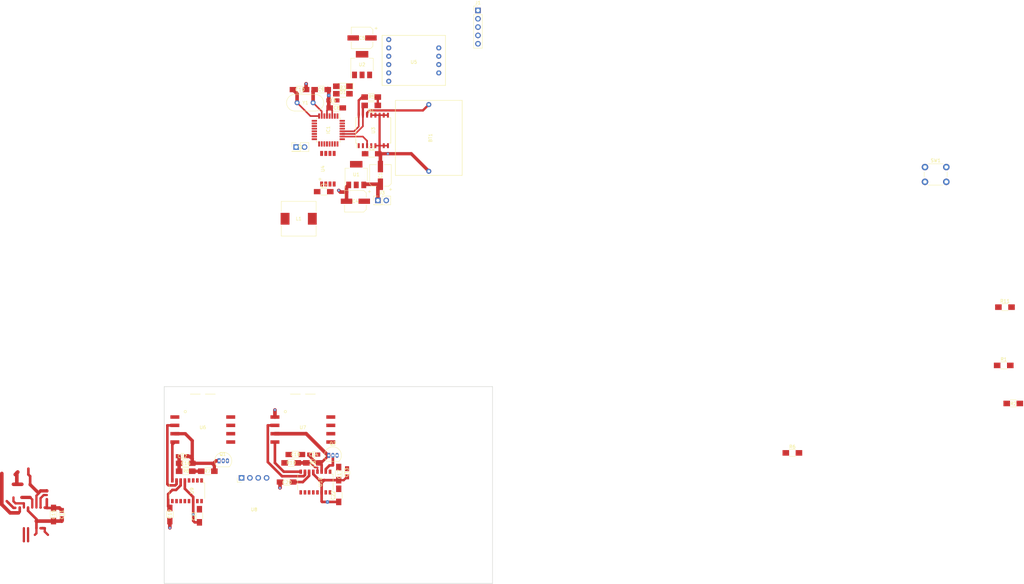
<source format=kicad_pcb>
(kicad_pcb (version 4) (host pcbnew 4.0.7-e2-6376~58~ubuntu16.04.1)

  (general
    (links 144)
    (no_connects 93)
    (area 0 0 0 0)
    (thickness 1.6)
    (drawings 5)
    (tracks 232)
    (zones 0)
    (modules 53)
    (nets 55)
  )

  (page A4)
  (layers
    (0 F.Cu signal)
    (31 B.Cu signal)
    (32 B.Adhes user)
    (33 F.Adhes user)
    (34 B.Paste user)
    (35 F.Paste user)
    (36 B.SilkS user)
    (37 F.SilkS user)
    (38 B.Mask user)
    (39 F.Mask user)
    (40 Dwgs.User user)
    (41 Cmts.User user)
    (42 Eco1.User user)
    (43 Eco2.User user)
    (44 Edge.Cuts user)
    (45 Margin user)
    (46 B.CrtYd user)
    (47 F.CrtYd user)
    (48 B.Fab user)
    (49 F.Fab user)
  )

  (setup
    (last_trace_width 1.1)
    (user_trace_width 0.5)
    (user_trace_width 0.7)
    (user_trace_width 0.8)
    (user_trace_width 1)
    (trace_clearance 0.25)
    (zone_clearance 0.508)
    (zone_45_only no)
    (trace_min 0.2)
    (segment_width 0.2)
    (edge_width 0.15)
    (via_size 0.8)
    (via_drill 0.3)
    (via_min_size 0.4)
    (via_min_drill 0.3)
    (uvia_size 0.3)
    (uvia_drill 0.1)
    (uvias_allowed no)
    (uvia_min_size 0.2)
    (uvia_min_drill 0.1)
    (pcb_text_width 0.3)
    (pcb_text_size 1.5 1.5)
    (mod_edge_width 0.15)
    (mod_text_size 1 1)
    (mod_text_width 0.15)
    (pad_size 1.524 1.524)
    (pad_drill 0.762)
    (pad_to_mask_clearance 0.2)
    (aux_axis_origin 0 0)
    (visible_elements FFFCF77F)
    (pcbplotparams
      (layerselection 0x00030_80000001)
      (usegerberextensions false)
      (excludeedgelayer true)
      (linewidth 0.100000)
      (plotframeref false)
      (viasonmask false)
      (mode 1)
      (useauxorigin false)
      (hpglpennumber 1)
      (hpglpenspeed 20)
      (hpglpendiameter 15)
      (hpglpenoverlay 2)
      (psnegative false)
      (psa4output false)
      (plotreference true)
      (plotvalue true)
      (plotinvisibletext false)
      (padsonsilk false)
      (subtractmaskfromsilk false)
      (outputformat 1)
      (mirror false)
      (drillshape 1)
      (scaleselection 1)
      (outputdirectory ""))
  )

  (net 0 "")
  (net 1 "Net-(BT1-Pad1)")
  (net 2 GND)
  (net 3 +BATT)
  (net 4 +5V)
  (net 5 +3V3)
  (net 6 +5VA)
  (net 7 "Net-(C9-Pad2)")
  (net 8 "Net-(C10-Pad2)")
  (net 9 "Net-(C12-Pad2)")
  (net 10 /alpha-beta-Vs)
  (net 11 "Net-(C19-Pad1)")
  (net 12 "Net-(C20-Pad1)")
  (net 13 "Net-(D1-Pad2)")
  (net 14 "Net-(IC1-Pad1)")
  (net 15 /angles_data)
  (net 16 /angles_clk)
  (net 17 /qbar_data)
  (net 18 /qbar_clk)
  (net 19 "Net-(IC1-Pad13)")
  (net 20 /1WIRE)
  (net 21 "Net-(IC1-Pad16)")
  (net 22 "Net-(IC1-Pad17)")
  (net 23 /BATT_MON)
  (net 24 "Net-(IC1-Pad20)")
  (net 25 "Net-(IC1-Pad22)")
  (net 26 "Net-(IC1-Pad23)")
  (net 27 /PSTAT)
  (net 28 "Net-(IC1-Pad25)")
  (net 29 /SDA)
  (net 30 /SCL)
  (net 31 "Net-(IC1-Pad29)")
  (net 32 /RX)
  (net 33 /TX)
  (net 34 /RTC_INT)
  (net 35 "Net-(Q1-Pad2)")
  (net 36 "Net-(Q2-Pad2)")
  (net 37 "Net-(R7-Pad2)")
  (net 38 "Net-(R10-Pad1)")
  (net 39 "Net-(U3-Pad1)")
  (net 40 "Net-(U3-Pad4)")
  (net 41 "Net-(U5-Pad2)")
  (net 42 "Net-(U6-Pad2)")
  (net 43 "Net-(U6-Pad4)")
  (net 44 /alpha-Vout+)
  (net 45 /alpha-Vout-)
  (net 46 /beta-Vout+)
  (net 47 /beta-Vout-)
  (net 48 "Net-(U9-Pad9)")
  (net 49 "Net-(U9-Pad10)")
  (net 50 "Net-(U9-Pad13)")
  (net 51 "Net-(U10-Pad13)")
  (net 52 "Net-(IC1-Pad2)")
  (net 53 "Net-(IC1-Pad14)")
  (net 54 /status_LED)

  (net_class Default "This is the default net class."
    (clearance 0.25)
    (trace_width 1.1)
    (via_dia 0.8)
    (via_drill 0.3)
    (uvia_dia 0.3)
    (uvia_drill 0.1)
    (add_net +3V3)
    (add_net +5V)
    (add_net +5VA)
    (add_net +BATT)
    (add_net /1WIRE)
    (add_net /BATT_MON)
    (add_net /PSTAT)
    (add_net /RTC_INT)
    (add_net /RX)
    (add_net /SCL)
    (add_net /SDA)
    (add_net /TX)
    (add_net /alpha-Vout+)
    (add_net /alpha-Vout-)
    (add_net /alpha-beta-Vs)
    (add_net /angles_clk)
    (add_net /angles_data)
    (add_net /beta-Vout+)
    (add_net /beta-Vout-)
    (add_net /qbar_clk)
    (add_net /qbar_data)
    (add_net /status_LED)
    (add_net GND)
    (add_net "Net-(BT1-Pad1)")
    (add_net "Net-(C10-Pad2)")
    (add_net "Net-(C12-Pad2)")
    (add_net "Net-(C19-Pad1)")
    (add_net "Net-(C20-Pad1)")
    (add_net "Net-(C9-Pad2)")
    (add_net "Net-(D1-Pad2)")
    (add_net "Net-(IC1-Pad1)")
    (add_net "Net-(IC1-Pad13)")
    (add_net "Net-(IC1-Pad14)")
    (add_net "Net-(IC1-Pad16)")
    (add_net "Net-(IC1-Pad17)")
    (add_net "Net-(IC1-Pad2)")
    (add_net "Net-(IC1-Pad20)")
    (add_net "Net-(IC1-Pad22)")
    (add_net "Net-(IC1-Pad23)")
    (add_net "Net-(IC1-Pad25)")
    (add_net "Net-(IC1-Pad29)")
    (add_net "Net-(Q1-Pad2)")
    (add_net "Net-(Q2-Pad2)")
    (add_net "Net-(R10-Pad1)")
    (add_net "Net-(R7-Pad2)")
    (add_net "Net-(U10-Pad13)")
    (add_net "Net-(U3-Pad1)")
    (add_net "Net-(U3-Pad4)")
    (add_net "Net-(U5-Pad2)")
    (add_net "Net-(U6-Pad2)")
    (add_net "Net-(U6-Pad4)")
    (add_net "Net-(U9-Pad10)")
    (add_net "Net-(U9-Pad13)")
    (add_net "Net-(U9-Pad9)")
  )

  (module custom-footprints:SuporteBateria (layer F.Cu) (tedit 59837248) (tstamp 59E4FF18)
    (at 100.584 59.182 90)
    (path /59DE6DF2)
    (fp_text reference BT1 (at 0 0.5 90) (layer F.SilkS)
      (effects (font (size 1 1) (thickness 0.15)))
    )
    (fp_text value 3V (at 0 -0.5 90) (layer F.Fab)
      (effects (font (size 1 1) (thickness 0.15)))
    )
    (fp_line (start -11.43 0) (end -11.43 10.16) (layer F.SilkS) (width 0.15))
    (fp_line (start -11.43 10.16) (end 11.43 10.16) (layer F.SilkS) (width 0.15))
    (fp_line (start 11.43 10.16) (end 11.43 -10.16) (layer F.SilkS) (width 0.15))
    (fp_line (start 11.43 -10.16) (end -11.43 -10.16) (layer F.SilkS) (width 0.15))
    (fp_line (start -11.43 -10.16) (end -11.43 0) (layer F.SilkS) (width 0.15))
    (pad 1 thru_hole circle (at 10.16 0 90) (size 1.524 1.524) (drill 0.762) (layers *.Cu *.Mask)
      (net 1 "Net-(BT1-Pad1)"))
    (pad 2 thru_hole circle (at -10.16 0 90) (size 1.524 1.524) (drill 0.762) (layers *.Cu *.Mask)
      (net 2 GND))
  )

  (module Capacitors_SMD:CP_Elec_6.3x5.3 (layer F.Cu) (tedit 59E6687C) (tstamp 59E4FF1E)
    (at 85.852 70.612 90)
    (descr "SMT capacitor, aluminium electrolytic, 6.3x5.3")
    (path /59DF9C3E)
    (attr smd)
    (fp_text reference C1 (at 0 0 90) (layer F.SilkS)
      (effects (font (size 1 1) (thickness 0.15)))
    )
    (fp_text value 22uF (at 0 -4.56 90) (layer F.Fab)
      (effects (font (size 1 1) (thickness 0.15)))
    )
    (fp_circle (center 0 0) (end 0.6 3) (layer F.Fab) (width 0.1))
    (fp_text user + (at -1.75 -0.08 90) (layer F.Fab)
      (effects (font (size 1 1) (thickness 0.15)))
    )
    (fp_text user + (at -4.28 3.01 90) (layer F.SilkS)
      (effects (font (size 1 1) (thickness 0.15)))
    )
    (fp_text user %R (at 0 0 90) (layer F.Fab)
      (effects (font (size 1 1) (thickness 0.15)))
    )
    (fp_line (start 3.15 3.15) (end 3.15 -3.15) (layer F.Fab) (width 0.1))
    (fp_line (start -2.48 3.15) (end 3.15 3.15) (layer F.Fab) (width 0.1))
    (fp_line (start -3.15 2.48) (end -2.48 3.15) (layer F.Fab) (width 0.1))
    (fp_line (start -3.15 -2.48) (end -3.15 2.48) (layer F.Fab) (width 0.1))
    (fp_line (start -2.48 -3.15) (end -3.15 -2.48) (layer F.Fab) (width 0.1))
    (fp_line (start 3.15 -3.15) (end -2.48 -3.15) (layer F.Fab) (width 0.1))
    (fp_line (start 3.3 3.3) (end 3.3 1.12) (layer F.SilkS) (width 0.12))
    (fp_line (start 3.3 -3.3) (end 3.3 -1.12) (layer F.SilkS) (width 0.12))
    (fp_line (start -3.3 2.54) (end -3.3 1.12) (layer F.SilkS) (width 0.12))
    (fp_line (start -3.3 -2.54) (end -3.3 -1.12) (layer F.SilkS) (width 0.12))
    (fp_line (start 3.3 3.3) (end -2.54 3.3) (layer F.SilkS) (width 0.12))
    (fp_line (start -2.54 3.3) (end -3.3 2.54) (layer F.SilkS) (width 0.12))
    (fp_line (start -3.3 -2.54) (end -2.54 -3.3) (layer F.SilkS) (width 0.12))
    (fp_line (start -2.54 -3.3) (end 3.3 -3.3) (layer F.SilkS) (width 0.12))
    (fp_line (start -4.7 -3.4) (end 4.7 -3.4) (layer F.CrtYd) (width 0.05))
    (fp_line (start -4.7 -3.4) (end -4.7 3.4) (layer F.CrtYd) (width 0.05))
    (fp_line (start 4.7 3.4) (end 4.7 -3.4) (layer F.CrtYd) (width 0.05))
    (fp_line (start 4.7 3.4) (end -4.7 3.4) (layer F.CrtYd) (width 0.05))
    (pad 1 smd rect (at -2.7 0 270) (size 3.5 1.6) (layers F.Cu F.Paste F.Mask)
      (net 3 +BATT))
    (pad 2 smd rect (at 2.7 0 270) (size 3.5 1.6) (layers F.Cu F.Paste F.Mask)
      (net 2 GND))
    (model Capacitors_SMD.3dshapes/CP_Elec_6.3x5.3.wrl
      (at (xyz 0 0 0))
      (scale (xyz 1 1 1))
      (rotate (xyz 0 0 180))
    )
  )

  (module Capacitors_SMD:C_1206_HandSoldering (layer F.Cu) (tedit 58AA84D1) (tstamp 59E4FF2A)
    (at 83.185 64.008)
    (descr "Capacitor SMD 1206, hand soldering")
    (tags "capacitor 1206")
    (path /59DFBF18)
    (attr smd)
    (fp_text reference C3 (at 0 -1.75) (layer F.SilkS)
      (effects (font (size 1 1) (thickness 0.15)))
    )
    (fp_text value 100nF (at 0 2) (layer F.Fab)
      (effects (font (size 1 1) (thickness 0.15)))
    )
    (fp_text user %R (at 0 -1.75) (layer F.Fab)
      (effects (font (size 1 1) (thickness 0.15)))
    )
    (fp_line (start -1.6 0.8) (end -1.6 -0.8) (layer F.Fab) (width 0.1))
    (fp_line (start 1.6 0.8) (end -1.6 0.8) (layer F.Fab) (width 0.1))
    (fp_line (start 1.6 -0.8) (end 1.6 0.8) (layer F.Fab) (width 0.1))
    (fp_line (start -1.6 -0.8) (end 1.6 -0.8) (layer F.Fab) (width 0.1))
    (fp_line (start 1 -1.02) (end -1 -1.02) (layer F.SilkS) (width 0.12))
    (fp_line (start -1 1.02) (end 1 1.02) (layer F.SilkS) (width 0.12))
    (fp_line (start -3.25 -1.05) (end 3.25 -1.05) (layer F.CrtYd) (width 0.05))
    (fp_line (start -3.25 -1.05) (end -3.25 1.05) (layer F.CrtYd) (width 0.05))
    (fp_line (start 3.25 1.05) (end 3.25 -1.05) (layer F.CrtYd) (width 0.05))
    (fp_line (start 3.25 1.05) (end -3.25 1.05) (layer F.CrtYd) (width 0.05))
    (pad 1 smd rect (at -2 0) (size 2 1.6) (layers F.Cu F.Paste F.Mask)
      (net 4 +5V))
    (pad 2 smd rect (at 2 0) (size 2 1.6) (layers F.Cu F.Paste F.Mask)
      (net 2 GND))
    (model Capacitors_SMD.3dshapes/C_1206.wrl
      (at (xyz 0 0 0))
      (scale (xyz 1 1 1))
      (rotate (xyz 0 0 0))
    )
  )

  (module Capacitors_SMD:CP_Elec_6.3x5.3 (layer F.Cu) (tedit 59E66925) (tstamp 59E4FF30)
    (at 78.232 78.486 180)
    (descr "SMT capacitor, aluminium electrolytic, 6.3x5.3")
    (path /59DF9F33)
    (attr smd)
    (fp_text reference C4 (at 0 0 180) (layer F.SilkS)
      (effects (font (size 1 1) (thickness 0.15)))
    )
    (fp_text value 22uF (at 0 -4.56 180) (layer F.Fab)
      (effects (font (size 1 1) (thickness 0.15)))
    )
    (fp_circle (center 0 0) (end 0.6 3) (layer F.Fab) (width 0.1))
    (fp_text user + (at -1.75 -0.08 180) (layer F.Fab)
      (effects (font (size 1 1) (thickness 0.15)))
    )
    (fp_text user + (at -4.28 3.01 180) (layer F.SilkS)
      (effects (font (size 1 1) (thickness 0.15)))
    )
    (fp_text user %R (at 0 0 180) (layer F.Fab)
      (effects (font (size 1 1) (thickness 0.15)))
    )
    (fp_line (start 3.15 3.15) (end 3.15 -3.15) (layer F.Fab) (width 0.1))
    (fp_line (start -2.48 3.15) (end 3.15 3.15) (layer F.Fab) (width 0.1))
    (fp_line (start -3.15 2.48) (end -2.48 3.15) (layer F.Fab) (width 0.1))
    (fp_line (start -3.15 -2.48) (end -3.15 2.48) (layer F.Fab) (width 0.1))
    (fp_line (start -2.48 -3.15) (end -3.15 -2.48) (layer F.Fab) (width 0.1))
    (fp_line (start 3.15 -3.15) (end -2.48 -3.15) (layer F.Fab) (width 0.1))
    (fp_line (start 3.3 3.3) (end 3.3 1.12) (layer F.SilkS) (width 0.12))
    (fp_line (start 3.3 -3.3) (end 3.3 -1.12) (layer F.SilkS) (width 0.12))
    (fp_line (start -3.3 2.54) (end -3.3 1.12) (layer F.SilkS) (width 0.12))
    (fp_line (start -3.3 -2.54) (end -3.3 -1.12) (layer F.SilkS) (width 0.12))
    (fp_line (start 3.3 3.3) (end -2.54 3.3) (layer F.SilkS) (width 0.12))
    (fp_line (start -2.54 3.3) (end -3.3 2.54) (layer F.SilkS) (width 0.12))
    (fp_line (start -3.3 -2.54) (end -2.54 -3.3) (layer F.SilkS) (width 0.12))
    (fp_line (start -2.54 -3.3) (end 3.3 -3.3) (layer F.SilkS) (width 0.12))
    (fp_line (start -4.7 -3.4) (end 4.7 -3.4) (layer F.CrtYd) (width 0.05))
    (fp_line (start -4.7 -3.4) (end -4.7 3.4) (layer F.CrtYd) (width 0.05))
    (fp_line (start 4.7 3.4) (end 4.7 -3.4) (layer F.CrtYd) (width 0.05))
    (fp_line (start 4.7 3.4) (end -4.7 3.4) (layer F.CrtYd) (width 0.05))
    (pad 1 smd rect (at -2.7 0) (size 3.5 1.6) (layers F.Cu F.Paste F.Mask)
      (net 4 +5V))
    (pad 2 smd rect (at 2.7 0) (size 3.5 1.6) (layers F.Cu F.Paste F.Mask)
      (net 2 GND))
    (model Capacitors_SMD.3dshapes/CP_Elec_6.3x5.3.wrl
      (at (xyz 0 0 0))
      (scale (xyz 1 1 1))
      (rotate (xyz 0 0 180))
    )
  )

  (module Capacitors_SMD:CP_Elec_6.3x5.3 (layer F.Cu) (tedit 59E66883) (tstamp 59E4FF36)
    (at 80.264 28.702 180)
    (descr "SMT capacitor, aluminium electrolytic, 6.3x5.3")
    (path /59DF8BA0)
    (attr smd)
    (fp_text reference C5 (at 0 0 180) (layer F.SilkS)
      (effects (font (size 1 1) (thickness 0.15)))
    )
    (fp_text value 22uF (at 0 -4.56 180) (layer F.Fab)
      (effects (font (size 1 1) (thickness 0.15)))
    )
    (fp_circle (center 0 0) (end 0.6 3) (layer F.Fab) (width 0.1))
    (fp_text user + (at -1.75 -0.08 180) (layer F.Fab)
      (effects (font (size 1 1) (thickness 0.15)))
    )
    (fp_text user + (at -4.28 3.01 180) (layer F.SilkS)
      (effects (font (size 1 1) (thickness 0.15)))
    )
    (fp_text user %R (at 0 0 180) (layer F.Fab)
      (effects (font (size 1 1) (thickness 0.15)))
    )
    (fp_line (start 3.15 3.15) (end 3.15 -3.15) (layer F.Fab) (width 0.1))
    (fp_line (start -2.48 3.15) (end 3.15 3.15) (layer F.Fab) (width 0.1))
    (fp_line (start -3.15 2.48) (end -2.48 3.15) (layer F.Fab) (width 0.1))
    (fp_line (start -3.15 -2.48) (end -3.15 2.48) (layer F.Fab) (width 0.1))
    (fp_line (start -2.48 -3.15) (end -3.15 -2.48) (layer F.Fab) (width 0.1))
    (fp_line (start 3.15 -3.15) (end -2.48 -3.15) (layer F.Fab) (width 0.1))
    (fp_line (start 3.3 3.3) (end 3.3 1.12) (layer F.SilkS) (width 0.12))
    (fp_line (start 3.3 -3.3) (end 3.3 -1.12) (layer F.SilkS) (width 0.12))
    (fp_line (start -3.3 2.54) (end -3.3 1.12) (layer F.SilkS) (width 0.12))
    (fp_line (start -3.3 -2.54) (end -3.3 -1.12) (layer F.SilkS) (width 0.12))
    (fp_line (start 3.3 3.3) (end -2.54 3.3) (layer F.SilkS) (width 0.12))
    (fp_line (start -2.54 3.3) (end -3.3 2.54) (layer F.SilkS) (width 0.12))
    (fp_line (start -3.3 -2.54) (end -2.54 -3.3) (layer F.SilkS) (width 0.12))
    (fp_line (start -2.54 -3.3) (end 3.3 -3.3) (layer F.SilkS) (width 0.12))
    (fp_line (start -4.7 -3.4) (end 4.7 -3.4) (layer F.CrtYd) (width 0.05))
    (fp_line (start -4.7 -3.4) (end -4.7 3.4) (layer F.CrtYd) (width 0.05))
    (fp_line (start 4.7 3.4) (end 4.7 -3.4) (layer F.CrtYd) (width 0.05))
    (fp_line (start 4.7 3.4) (end -4.7 3.4) (layer F.CrtYd) (width 0.05))
    (pad 1 smd rect (at -2.7 0) (size 3.5 1.6) (layers F.Cu F.Paste F.Mask)
      (net 5 +3V3))
    (pad 2 smd rect (at 2.7 0) (size 3.5 1.6) (layers F.Cu F.Paste F.Mask)
      (net 2 GND))
    (model Capacitors_SMD.3dshapes/CP_Elec_6.3x5.3.wrl
      (at (xyz 0 0 0))
      (scale (xyz 1 1 1))
      (rotate (xyz 0 0 180))
    )
  )

  (module Capacitors_SMD:C_0805_HandSoldering (layer F.Cu) (tedit 59E53C48) (tstamp 59E4FF3C)
    (at 71.374 47.752 180)
    (descr "Capacitor SMD 0805, hand soldering")
    (tags "capacitor 0805")
    (path /59DFAB45)
    (attr smd)
    (fp_text reference C6 (at 0 0 180) (layer F.SilkS)
      (effects (font (size 1 1) (thickness 0.15)))
    )
    (fp_text value 10uF (at 0 1.75 180) (layer F.Fab)
      (effects (font (size 1 1) (thickness 0.15)))
    )
    (fp_text user %R (at 0 0 180) (layer F.Fab)
      (effects (font (size 1 1) (thickness 0.15)))
    )
    (fp_line (start -1 0.62) (end -1 -0.62) (layer F.Fab) (width 0.1))
    (fp_line (start 1 0.62) (end -1 0.62) (layer F.Fab) (width 0.1))
    (fp_line (start 1 -0.62) (end 1 0.62) (layer F.Fab) (width 0.1))
    (fp_line (start -1 -0.62) (end 1 -0.62) (layer F.Fab) (width 0.1))
    (fp_line (start 0.5 -0.85) (end -0.5 -0.85) (layer F.SilkS) (width 0.12))
    (fp_line (start -0.5 0.85) (end 0.5 0.85) (layer F.SilkS) (width 0.12))
    (fp_line (start -2.25 -0.88) (end 2.25 -0.88) (layer F.CrtYd) (width 0.05))
    (fp_line (start -2.25 -0.88) (end -2.25 0.87) (layer F.CrtYd) (width 0.05))
    (fp_line (start 2.25 0.87) (end 2.25 -0.88) (layer F.CrtYd) (width 0.05))
    (fp_line (start 2.25 0.87) (end -2.25 0.87) (layer F.CrtYd) (width 0.05))
    (pad 1 smd rect (at -1.25 0 180) (size 1.5 1.25) (layers F.Cu F.Paste F.Mask)
      (net 4 +5V))
    (pad 2 smd rect (at 1.25 0 180) (size 1.5 1.25) (layers F.Cu F.Paste F.Mask)
      (net 2 GND))
    (model Capacitors_SMD.3dshapes/C_0805.wrl
      (at (xyz 0 0 0))
      (scale (xyz 1 1 1))
      (rotate (xyz 0 0 0))
    )
  )

  (module Capacitors_SMD:C_1206_HandSoldering (layer F.Cu) (tedit 59E783DB) (tstamp 59E4FF42)
    (at 68.58 75.565)
    (descr "Capacitor SMD 1206, hand soldering")
    (tags "capacitor 1206")
    (path /59DD4824)
    (attr smd)
    (fp_text reference C7 (at 0 -1.75) (layer F.SilkS)
      (effects (font (size 1 1) (thickness 0.15)))
    )
    (fp_text value 100nF (at 0 2) (layer F.Fab)
      (effects (font (size 1 1) (thickness 0.15)))
    )
    (fp_text user %R (at 0 0) (layer F.Fab)
      (effects (font (size 1 1) (thickness 0.15)))
    )
    (fp_line (start -1.6 0.8) (end -1.6 -0.8) (layer F.Fab) (width 0.1))
    (fp_line (start 1.6 0.8) (end -1.6 0.8) (layer F.Fab) (width 0.1))
    (fp_line (start 1.6 -0.8) (end 1.6 0.8) (layer F.Fab) (width 0.1))
    (fp_line (start -1.6 -0.8) (end 1.6 -0.8) (layer F.Fab) (width 0.1))
    (fp_line (start 1 -1.02) (end -1 -1.02) (layer F.SilkS) (width 0.12))
    (fp_line (start -1 1.02) (end 1 1.02) (layer F.SilkS) (width 0.12))
    (fp_line (start -3.25 -1.05) (end 3.25 -1.05) (layer F.CrtYd) (width 0.05))
    (fp_line (start -3.25 -1.05) (end -3.25 1.05) (layer F.CrtYd) (width 0.05))
    (fp_line (start 3.25 1.05) (end 3.25 -1.05) (layer F.CrtYd) (width 0.05))
    (fp_line (start 3.25 1.05) (end -3.25 1.05) (layer F.CrtYd) (width 0.05))
    (pad 1 smd rect (at -2 0) (size 2 1.6) (layers F.Cu F.Paste F.Mask)
      (net 6 +5VA))
    (pad 2 smd rect (at 2 0) (size 2 1.6) (layers F.Cu F.Paste F.Mask)
      (net 2 GND))
    (model Capacitors_SMD.3dshapes/C_1206.wrl
      (at (xyz 0 0 0))
      (scale (xyz 1 1 1))
      (rotate (xyz 0 0 0))
    )
  )

  (module Capacitors_SMD:C_1206_HandSoldering (layer F.Cu) (tedit 59E53C4D) (tstamp 59E4FF48)
    (at 72.39 50.038 180)
    (descr "Capacitor SMD 1206, hand soldering")
    (tags "capacitor 1206")
    (path /59DFAA4F)
    (attr smd)
    (fp_text reference C8 (at -0.127001 0.003 180) (layer F.SilkS)
      (effects (font (size 1 1) (thickness 0.15)))
    )
    (fp_text value 100nF (at 0 2 180) (layer F.Fab)
      (effects (font (size 1 1) (thickness 0.15)))
    )
    (fp_text user %R (at -0.127001 0.003 180) (layer F.Fab)
      (effects (font (size 1 1) (thickness 0.15)))
    )
    (fp_line (start -1.6 0.8) (end -1.6 -0.8) (layer F.Fab) (width 0.1))
    (fp_line (start 1.6 0.8) (end -1.6 0.8) (layer F.Fab) (width 0.1))
    (fp_line (start 1.6 -0.8) (end 1.6 0.8) (layer F.Fab) (width 0.1))
    (fp_line (start -1.6 -0.8) (end 1.6 -0.8) (layer F.Fab) (width 0.1))
    (fp_line (start 1 -1.02) (end -1 -1.02) (layer F.SilkS) (width 0.12))
    (fp_line (start -1 1.02) (end 1 1.02) (layer F.SilkS) (width 0.12))
    (fp_line (start -3.25 -1.05) (end 3.25 -1.05) (layer F.CrtYd) (width 0.05))
    (fp_line (start -3.25 -1.05) (end -3.25 1.05) (layer F.CrtYd) (width 0.05))
    (fp_line (start 3.25 1.05) (end 3.25 -1.05) (layer F.CrtYd) (width 0.05))
    (fp_line (start 3.25 1.05) (end -3.25 1.05) (layer F.CrtYd) (width 0.05))
    (pad 1 smd rect (at -2 0 180) (size 2 1.6) (layers F.Cu F.Paste F.Mask)
      (net 4 +5V))
    (pad 2 smd rect (at 2 0 180) (size 2 1.6) (layers F.Cu F.Paste F.Mask)
      (net 2 GND))
    (model Capacitors_SMD.3dshapes/C_1206.wrl
      (at (xyz 0 0 0))
      (scale (xyz 1 1 1))
      (rotate (xyz 0 0 0))
    )
  )

  (module Capacitors_SMD:C_1206_HandSoldering (layer F.Cu) (tedit 59E53341) (tstamp 59E4FF4E)
    (at 67.818 44.45 180)
    (descr "Capacitor SMD 1206, hand soldering")
    (tags "capacitor 1206")
    (path /59DD48C1)
    (attr smd)
    (fp_text reference C9 (at 0 0 180) (layer F.SilkS)
      (effects (font (size 1 1) (thickness 0.15)))
    )
    (fp_text value 20pF (at 0 2 180) (layer F.Fab)
      (effects (font (size 1 1) (thickness 0.15)))
    )
    (fp_text user %R (at 0 0 180) (layer F.Fab)
      (effects (font (size 1 1) (thickness 0.15)))
    )
    (fp_line (start -1.6 0.8) (end -1.6 -0.8) (layer F.Fab) (width 0.1))
    (fp_line (start 1.6 0.8) (end -1.6 0.8) (layer F.Fab) (width 0.1))
    (fp_line (start 1.6 -0.8) (end 1.6 0.8) (layer F.Fab) (width 0.1))
    (fp_line (start -1.6 -0.8) (end 1.6 -0.8) (layer F.Fab) (width 0.1))
    (fp_line (start 1 -1.02) (end -1 -1.02) (layer F.SilkS) (width 0.12))
    (fp_line (start -1 1.02) (end 1 1.02) (layer F.SilkS) (width 0.12))
    (fp_line (start -3.25 -1.05) (end 3.25 -1.05) (layer F.CrtYd) (width 0.05))
    (fp_line (start -3.25 -1.05) (end -3.25 1.05) (layer F.CrtYd) (width 0.05))
    (fp_line (start 3.25 1.05) (end 3.25 -1.05) (layer F.CrtYd) (width 0.05))
    (fp_line (start 3.25 1.05) (end -3.25 1.05) (layer F.CrtYd) (width 0.05))
    (pad 1 smd rect (at -2 0 180) (size 2 1.6) (layers F.Cu F.Paste F.Mask)
      (net 2 GND))
    (pad 2 smd rect (at 2 0 180) (size 2 1.6) (layers F.Cu F.Paste F.Mask)
      (net 7 "Net-(C9-Pad2)"))
    (model Capacitors_SMD.3dshapes/C_1206.wrl
      (at (xyz 0 0 0))
      (scale (xyz 1 1 1))
      (rotate (xyz 0 0 0))
    )
  )

  (module Capacitors_SMD:C_1206_HandSoldering (layer F.Cu) (tedit 59E53339) (tstamp 59E4FF54)
    (at 61.214 44.45 180)
    (descr "Capacitor SMD 1206, hand soldering")
    (tags "capacitor 1206")
    (path /59DD4A1C)
    (attr smd)
    (fp_text reference C10 (at -0.127 0 180) (layer F.SilkS)
      (effects (font (size 1 1) (thickness 0.15)))
    )
    (fp_text value 20pF (at 0 2 180) (layer F.Fab)
      (effects (font (size 1 1) (thickness 0.15)))
    )
    (fp_text user %R (at -0.127 0 180) (layer F.Fab)
      (effects (font (size 1 1) (thickness 0.15)))
    )
    (fp_line (start -1.6 0.8) (end -1.6 -0.8) (layer F.Fab) (width 0.1))
    (fp_line (start 1.6 0.8) (end -1.6 0.8) (layer F.Fab) (width 0.1))
    (fp_line (start 1.6 -0.8) (end 1.6 0.8) (layer F.Fab) (width 0.1))
    (fp_line (start -1.6 -0.8) (end 1.6 -0.8) (layer F.Fab) (width 0.1))
    (fp_line (start 1 -1.02) (end -1 -1.02) (layer F.SilkS) (width 0.12))
    (fp_line (start -1 1.02) (end 1 1.02) (layer F.SilkS) (width 0.12))
    (fp_line (start -3.25 -1.05) (end 3.25 -1.05) (layer F.CrtYd) (width 0.05))
    (fp_line (start -3.25 -1.05) (end -3.25 1.05) (layer F.CrtYd) (width 0.05))
    (fp_line (start 3.25 1.05) (end 3.25 -1.05) (layer F.CrtYd) (width 0.05))
    (fp_line (start 3.25 1.05) (end -3.25 1.05) (layer F.CrtYd) (width 0.05))
    (pad 1 smd rect (at -2 0 180) (size 2 1.6) (layers F.Cu F.Paste F.Mask)
      (net 2 GND))
    (pad 2 smd rect (at 2 0 180) (size 2 1.6) (layers F.Cu F.Paste F.Mask)
      (net 8 "Net-(C10-Pad2)"))
    (model Capacitors_SMD.3dshapes/C_1206.wrl
      (at (xyz 0 0 0))
      (scale (xyz 1 1 1))
      (rotate (xyz 0 0 0))
    )
  )

  (module Capacitors_SMD:C_0805_HandSoldering (layer F.Cu) (tedit 59E50B06) (tstamp 59E4FF5A)
    (at -11.176 173.99 90)
    (descr "Capacitor SMD 0805, hand soldering")
    (tags "capacitor 0805")
    (path /59DD6D32)
    (attr smd)
    (fp_text reference C11 (at 0 0 90) (layer F.SilkS)
      (effects (font (size 1 1) (thickness 0.15)))
    )
    (fp_text value 10uF (at 0 1.75 90) (layer F.Fab)
      (effects (font (size 1 1) (thickness 0.15)))
    )
    (fp_text user %R (at 0 0 90) (layer F.Fab)
      (effects (font (size 1 1) (thickness 0.15)))
    )
    (fp_line (start -1 0.62) (end -1 -0.62) (layer F.Fab) (width 0.1))
    (fp_line (start 1 0.62) (end -1 0.62) (layer F.Fab) (width 0.1))
    (fp_line (start 1 -0.62) (end 1 0.62) (layer F.Fab) (width 0.1))
    (fp_line (start -1 -0.62) (end 1 -0.62) (layer F.Fab) (width 0.1))
    (fp_line (start 0.5 -0.85) (end -0.5 -0.85) (layer F.SilkS) (width 0.12))
    (fp_line (start -0.5 0.85) (end 0.5 0.85) (layer F.SilkS) (width 0.12))
    (fp_line (start -2.25 -0.88) (end 2.25 -0.88) (layer F.CrtYd) (width 0.05))
    (fp_line (start -2.25 -0.88) (end -2.25 0.87) (layer F.CrtYd) (width 0.05))
    (fp_line (start 2.25 0.87) (end 2.25 -0.88) (layer F.CrtYd) (width 0.05))
    (fp_line (start 2.25 0.87) (end -2.25 0.87) (layer F.CrtYd) (width 0.05))
    (pad 1 smd rect (at -1.25 0 90) (size 1.5 1.25) (layers F.Cu F.Paste F.Mask)
      (net 2 GND))
    (pad 2 smd rect (at 1.25 0 90) (size 1.5 1.25) (layers F.Cu F.Paste F.Mask)
      (net 4 +5V))
    (model Capacitors_SMD.3dshapes/C_0805.wrl
      (at (xyz 0 0 0))
      (scale (xyz 1 1 1))
      (rotate (xyz 0 0 0))
    )
  )

  (module Capacitors_SMD:C_0805_HandSoldering (layer F.Cu) (tedit 59E51922) (tstamp 59E4FF60)
    (at 25.527 156.21)
    (descr "Capacitor SMD 0805, hand soldering")
    (tags "capacitor 0805")
    (path /59DD61DD)
    (attr smd)
    (fp_text reference C12 (at 0 0) (layer F.SilkS)
      (effects (font (size 1 1) (thickness 0.15)))
    )
    (fp_text value 10uF (at 0 1.75) (layer F.Fab)
      (effects (font (size 1 1) (thickness 0.15)))
    )
    (fp_text user %R (at 0 0) (layer F.Fab)
      (effects (font (size 1 1) (thickness 0.15)))
    )
    (fp_line (start -1 0.62) (end -1 -0.62) (layer F.Fab) (width 0.1))
    (fp_line (start 1 0.62) (end -1 0.62) (layer F.Fab) (width 0.1))
    (fp_line (start 1 -0.62) (end 1 0.62) (layer F.Fab) (width 0.1))
    (fp_line (start -1 -0.62) (end 1 -0.62) (layer F.Fab) (width 0.1))
    (fp_line (start 0.5 -0.85) (end -0.5 -0.85) (layer F.SilkS) (width 0.12))
    (fp_line (start -0.5 0.85) (end 0.5 0.85) (layer F.SilkS) (width 0.12))
    (fp_line (start -2.25 -0.88) (end 2.25 -0.88) (layer F.CrtYd) (width 0.05))
    (fp_line (start -2.25 -0.88) (end -2.25 0.87) (layer F.CrtYd) (width 0.05))
    (fp_line (start 2.25 0.87) (end 2.25 -0.88) (layer F.CrtYd) (width 0.05))
    (fp_line (start 2.25 0.87) (end -2.25 0.87) (layer F.CrtYd) (width 0.05))
    (pad 1 smd rect (at -1.25 0) (size 1.5 1.25) (layers F.Cu F.Paste F.Mask)
      (net 2 GND))
    (pad 2 smd rect (at 1.25 0) (size 1.5 1.25) (layers F.Cu F.Paste F.Mask)
      (net 9 "Net-(C12-Pad2)"))
    (model Capacitors_SMD.3dshapes/C_0805.wrl
      (at (xyz 0 0 0))
      (scale (xyz 1 1 1))
      (rotate (xyz 0 0 0))
    )
  )

  (module Capacitors_SMD:C_0805_HandSoldering (layer F.Cu) (tedit 59E5224E) (tstamp 59E4FF66)
    (at 75.687 161.265 90)
    (descr "Capacitor SMD 0805, hand soldering")
    (tags "capacitor 0805")
    (path /59DD93F8)
    (attr smd)
    (fp_text reference C13 (at 0.102 -0.122 90) (layer F.SilkS)
      (effects (font (size 1 1) (thickness 0.15)))
    )
    (fp_text value 10uF (at 0 1.75 90) (layer F.Fab)
      (effects (font (size 1 1) (thickness 0.15)))
    )
    (fp_text user %R (at 0.102 -0.122 90) (layer F.Fab)
      (effects (font (size 1 1) (thickness 0.15)))
    )
    (fp_line (start -1 0.62) (end -1 -0.62) (layer F.Fab) (width 0.1))
    (fp_line (start 1 0.62) (end -1 0.62) (layer F.Fab) (width 0.1))
    (fp_line (start 1 -0.62) (end 1 0.62) (layer F.Fab) (width 0.1))
    (fp_line (start -1 -0.62) (end 1 -0.62) (layer F.Fab) (width 0.1))
    (fp_line (start 0.5 -0.85) (end -0.5 -0.85) (layer F.SilkS) (width 0.12))
    (fp_line (start -0.5 0.85) (end 0.5 0.85) (layer F.SilkS) (width 0.12))
    (fp_line (start -2.25 -0.88) (end 2.25 -0.88) (layer F.CrtYd) (width 0.05))
    (fp_line (start -2.25 -0.88) (end -2.25 0.87) (layer F.CrtYd) (width 0.05))
    (fp_line (start 2.25 0.87) (end 2.25 -0.88) (layer F.CrtYd) (width 0.05))
    (fp_line (start 2.25 0.87) (end -2.25 0.87) (layer F.CrtYd) (width 0.05))
    (pad 1 smd rect (at -1.25 0 90) (size 1.5 1.25) (layers F.Cu F.Paste F.Mask)
      (net 2 GND))
    (pad 2 smd rect (at 1.25 0 90) (size 1.5 1.25) (layers F.Cu F.Paste F.Mask)
      (net 4 +5V))
    (model Capacitors_SMD.3dshapes/C_0805.wrl
      (at (xyz 0 0 0))
      (scale (xyz 1 1 1))
      (rotate (xyz 0 0 0))
    )
  )

  (module Capacitors_SMD:C_0805_HandSoldering (layer F.Cu) (tedit 59E52128) (tstamp 59E4FF6C)
    (at 65.532 155.702 180)
    (descr "Capacitor SMD 0805, hand soldering")
    (tags "capacitor 0805")
    (path /59DD93E0)
    (attr smd)
    (fp_text reference C14 (at 0 0 180) (layer F.SilkS)
      (effects (font (size 1 1) (thickness 0.15)))
    )
    (fp_text value 10uF (at 0 1.75 180) (layer F.Fab)
      (effects (font (size 1 1) (thickness 0.15)))
    )
    (fp_text user %R (at 0 0 180) (layer F.Fab)
      (effects (font (size 1 1) (thickness 0.15)))
    )
    (fp_line (start -1 0.62) (end -1 -0.62) (layer F.Fab) (width 0.1))
    (fp_line (start 1 0.62) (end -1 0.62) (layer F.Fab) (width 0.1))
    (fp_line (start 1 -0.62) (end 1 0.62) (layer F.Fab) (width 0.1))
    (fp_line (start -1 -0.62) (end 1 -0.62) (layer F.Fab) (width 0.1))
    (fp_line (start 0.5 -0.85) (end -0.5 -0.85) (layer F.SilkS) (width 0.12))
    (fp_line (start -0.5 0.85) (end 0.5 0.85) (layer F.SilkS) (width 0.12))
    (fp_line (start -2.25 -0.88) (end 2.25 -0.88) (layer F.CrtYd) (width 0.05))
    (fp_line (start -2.25 -0.88) (end -2.25 0.87) (layer F.CrtYd) (width 0.05))
    (fp_line (start 2.25 0.87) (end 2.25 -0.88) (layer F.CrtYd) (width 0.05))
    (fp_line (start 2.25 0.87) (end -2.25 0.87) (layer F.CrtYd) (width 0.05))
    (pad 1 smd rect (at -1.25 0 180) (size 1.5 1.25) (layers F.Cu F.Paste F.Mask)
      (net 2 GND))
    (pad 2 smd rect (at 1.25 0 180) (size 1.5 1.25) (layers F.Cu F.Paste F.Mask)
      (net 10 /alpha-beta-Vs))
    (model Capacitors_SMD.3dshapes/C_0805.wrl
      (at (xyz 0 0 0))
      (scale (xyz 1 1 1))
      (rotate (xyz 0 0 0))
    )
  )

  (module Capacitors_SMD:C_1206_HandSoldering (layer F.Cu) (tedit 59E50B0E) (tstamp 59E4FF72)
    (at -13.716 173.99 90)
    (descr "Capacitor SMD 1206, hand soldering")
    (tags "capacitor 1206")
    (path /59DD6D2C)
    (attr smd)
    (fp_text reference C15 (at 0 0 90) (layer F.SilkS)
      (effects (font (size 1 1) (thickness 0.15)))
    )
    (fp_text value 100nF (at 0 2 90) (layer F.Fab)
      (effects (font (size 1 1) (thickness 0.15)))
    )
    (fp_text user %R (at 0 0 90) (layer F.Fab)
      (effects (font (size 1 1) (thickness 0.15)))
    )
    (fp_line (start -1.6 0.8) (end -1.6 -0.8) (layer F.Fab) (width 0.1))
    (fp_line (start 1.6 0.8) (end -1.6 0.8) (layer F.Fab) (width 0.1))
    (fp_line (start 1.6 -0.8) (end 1.6 0.8) (layer F.Fab) (width 0.1))
    (fp_line (start -1.6 -0.8) (end 1.6 -0.8) (layer F.Fab) (width 0.1))
    (fp_line (start 1 -1.02) (end -1 -1.02) (layer F.SilkS) (width 0.12))
    (fp_line (start -1 1.02) (end 1 1.02) (layer F.SilkS) (width 0.12))
    (fp_line (start -3.25 -1.05) (end 3.25 -1.05) (layer F.CrtYd) (width 0.05))
    (fp_line (start -3.25 -1.05) (end -3.25 1.05) (layer F.CrtYd) (width 0.05))
    (fp_line (start 3.25 1.05) (end 3.25 -1.05) (layer F.CrtYd) (width 0.05))
    (fp_line (start 3.25 1.05) (end -3.25 1.05) (layer F.CrtYd) (width 0.05))
    (pad 1 smd rect (at -2 0 90) (size 2 1.6) (layers F.Cu F.Paste F.Mask)
      (net 2 GND))
    (pad 2 smd rect (at 2 0 90) (size 2 1.6) (layers F.Cu F.Paste F.Mask)
      (net 4 +5V))
    (model Capacitors_SMD.3dshapes/C_1206.wrl
      (at (xyz 0 0 0))
      (scale (xyz 1 1 1))
      (rotate (xyz 0 0 0))
    )
  )

  (module Capacitors_SMD:C_1206_HandSoldering (layer F.Cu) (tedit 59E5191D) (tstamp 59E4FF78)
    (at 26.543 158.369)
    (descr "Capacitor SMD 1206, hand soldering")
    (tags "capacitor 1206")
    (path /59DD6125)
    (attr smd)
    (fp_text reference C16 (at 0 0) (layer F.SilkS)
      (effects (font (size 1 1) (thickness 0.15)))
    )
    (fp_text value 100nF (at 0 2) (layer F.Fab)
      (effects (font (size 1 1) (thickness 0.15)))
    )
    (fp_text user %R (at 0 0) (layer F.Fab)
      (effects (font (size 1 1) (thickness 0.15)))
    )
    (fp_line (start -1.6 0.8) (end -1.6 -0.8) (layer F.Fab) (width 0.1))
    (fp_line (start 1.6 0.8) (end -1.6 0.8) (layer F.Fab) (width 0.1))
    (fp_line (start 1.6 -0.8) (end 1.6 0.8) (layer F.Fab) (width 0.1))
    (fp_line (start -1.6 -0.8) (end 1.6 -0.8) (layer F.Fab) (width 0.1))
    (fp_line (start 1 -1.02) (end -1 -1.02) (layer F.SilkS) (width 0.12))
    (fp_line (start -1 1.02) (end 1 1.02) (layer F.SilkS) (width 0.12))
    (fp_line (start -3.25 -1.05) (end 3.25 -1.05) (layer F.CrtYd) (width 0.05))
    (fp_line (start -3.25 -1.05) (end -3.25 1.05) (layer F.CrtYd) (width 0.05))
    (fp_line (start 3.25 1.05) (end 3.25 -1.05) (layer F.CrtYd) (width 0.05))
    (fp_line (start 3.25 1.05) (end -3.25 1.05) (layer F.CrtYd) (width 0.05))
    (pad 1 smd rect (at -2 0) (size 2 1.6) (layers F.Cu F.Paste F.Mask)
      (net 2 GND))
    (pad 2 smd rect (at 2 0) (size 2 1.6) (layers F.Cu F.Paste F.Mask)
      (net 9 "Net-(C12-Pad2)"))
    (model Capacitors_SMD.3dshapes/C_1206.wrl
      (at (xyz 0 0 0))
      (scale (xyz 1 1 1))
      (rotate (xyz 0 0 0))
    )
  )

  (module Capacitors_SMD:C_1206_HandSoldering (layer F.Cu) (tedit 59E51E22) (tstamp 59E4FF7E)
    (at 73.147 161.519 90)
    (descr "Capacitor SMD 1206, hand soldering")
    (tags "capacitor 1206")
    (path /59DD93F2)
    (attr smd)
    (fp_text reference C17 (at -0.209001 0.185 90) (layer F.SilkS)
      (effects (font (size 1 1) (thickness 0.15)))
    )
    (fp_text value 100nF (at 0 2 90) (layer F.Fab)
      (effects (font (size 1 1) (thickness 0.15)))
    )
    (fp_text user %R (at -0.209001 0.185 90) (layer F.Fab)
      (effects (font (size 1 1) (thickness 0.15)))
    )
    (fp_line (start -1.6 0.8) (end -1.6 -0.8) (layer F.Fab) (width 0.1))
    (fp_line (start 1.6 0.8) (end -1.6 0.8) (layer F.Fab) (width 0.1))
    (fp_line (start 1.6 -0.8) (end 1.6 0.8) (layer F.Fab) (width 0.1))
    (fp_line (start -1.6 -0.8) (end 1.6 -0.8) (layer F.Fab) (width 0.1))
    (fp_line (start 1 -1.02) (end -1 -1.02) (layer F.SilkS) (width 0.12))
    (fp_line (start -1 1.02) (end 1 1.02) (layer F.SilkS) (width 0.12))
    (fp_line (start -3.25 -1.05) (end 3.25 -1.05) (layer F.CrtYd) (width 0.05))
    (fp_line (start -3.25 -1.05) (end -3.25 1.05) (layer F.CrtYd) (width 0.05))
    (fp_line (start 3.25 1.05) (end 3.25 -1.05) (layer F.CrtYd) (width 0.05))
    (fp_line (start 3.25 1.05) (end -3.25 1.05) (layer F.CrtYd) (width 0.05))
    (pad 1 smd rect (at -2 0 90) (size 2 1.6) (layers F.Cu F.Paste F.Mask)
      (net 2 GND))
    (pad 2 smd rect (at 2 0 90) (size 2 1.6) (layers F.Cu F.Paste F.Mask)
      (net 4 +5V))
    (model Capacitors_SMD.3dshapes/C_1206.wrl
      (at (xyz 0 0 0))
      (scale (xyz 1 1 1))
      (rotate (xyz 0 0 0))
    )
  )

  (module Capacitors_SMD:C_1206_HandSoldering (layer F.Cu) (tedit 59E51DA6) (tstamp 59E4FF84)
    (at 59.944 155.702)
    (descr "Capacitor SMD 1206, hand soldering")
    (tags "capacitor 1206")
    (path /59DD93DA)
    (attr smd)
    (fp_text reference C18 (at 0 0) (layer F.SilkS)
      (effects (font (size 1 1) (thickness 0.15)))
    )
    (fp_text value 100nF (at 0 2) (layer F.Fab)
      (effects (font (size 1 1) (thickness 0.15)))
    )
    (fp_text user %R (at 0 0) (layer F.Fab)
      (effects (font (size 1 1) (thickness 0.15)))
    )
    (fp_line (start -1.6 0.8) (end -1.6 -0.8) (layer F.Fab) (width 0.1))
    (fp_line (start 1.6 0.8) (end -1.6 0.8) (layer F.Fab) (width 0.1))
    (fp_line (start 1.6 -0.8) (end 1.6 0.8) (layer F.Fab) (width 0.1))
    (fp_line (start -1.6 -0.8) (end 1.6 -0.8) (layer F.Fab) (width 0.1))
    (fp_line (start 1 -1.02) (end -1 -1.02) (layer F.SilkS) (width 0.12))
    (fp_line (start -1 1.02) (end 1 1.02) (layer F.SilkS) (width 0.12))
    (fp_line (start -3.25 -1.05) (end 3.25 -1.05) (layer F.CrtYd) (width 0.05))
    (fp_line (start -3.25 -1.05) (end -3.25 1.05) (layer F.CrtYd) (width 0.05))
    (fp_line (start 3.25 1.05) (end 3.25 -1.05) (layer F.CrtYd) (width 0.05))
    (fp_line (start 3.25 1.05) (end -3.25 1.05) (layer F.CrtYd) (width 0.05))
    (pad 1 smd rect (at -2 0) (size 2 1.6) (layers F.Cu F.Paste F.Mask)
      (net 2 GND))
    (pad 2 smd rect (at 2 0) (size 2 1.6) (layers F.Cu F.Paste F.Mask)
      (net 10 /alpha-beta-Vs))
    (model Capacitors_SMD.3dshapes/C_1206.wrl
      (at (xyz 0 0 0))
      (scale (xyz 1 1 1))
      (rotate (xyz 0 0 0))
    )
  )

  (module Capacitors_SMD:C_1206_HandSoldering (layer F.Cu) (tedit 59E51940) (tstamp 59E4FF8A)
    (at 21.717 173.99 270)
    (descr "Capacitor SMD 1206, hand soldering")
    (tags "capacitor 1206")
    (path /59DD5CC5)
    (attr smd)
    (fp_text reference C19 (at -0.102 0.005 270) (layer F.SilkS)
      (effects (font (size 1 1) (thickness 0.15)))
    )
    (fp_text value 100nF (at 0 2 270) (layer F.Fab)
      (effects (font (size 1 1) (thickness 0.15)))
    )
    (fp_text user %R (at -0.102 0.005 270) (layer F.Fab)
      (effects (font (size 1 1) (thickness 0.15)))
    )
    (fp_line (start -1.6 0.8) (end -1.6 -0.8) (layer F.Fab) (width 0.1))
    (fp_line (start 1.6 0.8) (end -1.6 0.8) (layer F.Fab) (width 0.1))
    (fp_line (start 1.6 -0.8) (end 1.6 0.8) (layer F.Fab) (width 0.1))
    (fp_line (start -1.6 -0.8) (end 1.6 -0.8) (layer F.Fab) (width 0.1))
    (fp_line (start 1 -1.02) (end -1 -1.02) (layer F.SilkS) (width 0.12))
    (fp_line (start -1 1.02) (end 1 1.02) (layer F.SilkS) (width 0.12))
    (fp_line (start -3.25 -1.05) (end 3.25 -1.05) (layer F.CrtYd) (width 0.05))
    (fp_line (start -3.25 -1.05) (end -3.25 1.05) (layer F.CrtYd) (width 0.05))
    (fp_line (start 3.25 1.05) (end 3.25 -1.05) (layer F.CrtYd) (width 0.05))
    (fp_line (start 3.25 1.05) (end -3.25 1.05) (layer F.CrtYd) (width 0.05))
    (pad 1 smd rect (at -2 0 270) (size 2 1.6) (layers F.Cu F.Paste F.Mask)
      (net 11 "Net-(C19-Pad1)"))
    (pad 2 smd rect (at 2 0 270) (size 2 1.6) (layers F.Cu F.Paste F.Mask)
      (net 2 GND))
    (model Capacitors_SMD.3dshapes/C_1206.wrl
      (at (xyz 0 0 0))
      (scale (xyz 1 1 1))
      (rotate (xyz 0 0 0))
    )
  )

  (module Capacitors_SMD:C_1206_HandSoldering (layer F.Cu) (tedit 59E52131) (tstamp 59E4FF90)
    (at 57.277 164.084 180)
    (descr "Capacitor SMD 1206, hand soldering")
    (tags "capacitor 1206")
    (path /59DD93D4)
    (attr smd)
    (fp_text reference C20 (at -0.102 -0.122 180) (layer F.SilkS)
      (effects (font (size 1 1) (thickness 0.15)))
    )
    (fp_text value 100nF (at 0 2 180) (layer F.Fab)
      (effects (font (size 1 1) (thickness 0.15)))
    )
    (fp_text user %R (at -0.102 -0.122 180) (layer F.Fab)
      (effects (font (size 1 1) (thickness 0.15)))
    )
    (fp_line (start -1.6 0.8) (end -1.6 -0.8) (layer F.Fab) (width 0.1))
    (fp_line (start 1.6 0.8) (end -1.6 0.8) (layer F.Fab) (width 0.1))
    (fp_line (start 1.6 -0.8) (end 1.6 0.8) (layer F.Fab) (width 0.1))
    (fp_line (start -1.6 -0.8) (end 1.6 -0.8) (layer F.Fab) (width 0.1))
    (fp_line (start 1 -1.02) (end -1 -1.02) (layer F.SilkS) (width 0.12))
    (fp_line (start -1 1.02) (end 1 1.02) (layer F.SilkS) (width 0.12))
    (fp_line (start -3.25 -1.05) (end 3.25 -1.05) (layer F.CrtYd) (width 0.05))
    (fp_line (start -3.25 -1.05) (end -3.25 1.05) (layer F.CrtYd) (width 0.05))
    (fp_line (start 3.25 1.05) (end 3.25 -1.05) (layer F.CrtYd) (width 0.05))
    (fp_line (start 3.25 1.05) (end -3.25 1.05) (layer F.CrtYd) (width 0.05))
    (pad 1 smd rect (at -2 0 180) (size 2 1.6) (layers F.Cu F.Paste F.Mask)
      (net 12 "Net-(C20-Pad1)"))
    (pad 2 smd rect (at 2 0 180) (size 2 1.6) (layers F.Cu F.Paste F.Mask)
      (net 2 GND))
    (model Capacitors_SMD.3dshapes/C_1206.wrl
      (at (xyz 0 0 0))
      (scale (xyz 1 1 1))
      (rotate (xyz 0 0 0))
    )
  )

  (module Capacitors_SMD:C_1206_HandSoldering (layer F.Cu) (tedit 59E66AC9) (tstamp 59E4FF96)
    (at 30.734 174.371 90)
    (descr "Capacitor SMD 1206, hand soldering")
    (tags "capacitor 1206")
    (path /59DD717B)
    (attr smd)
    (fp_text reference C21 (at 0 -1.75 90) (layer F.SilkS)
      (effects (font (size 1 1) (thickness 0.15)))
    )
    (fp_text value 100nF (at 0 2 90) (layer F.Fab)
      (effects (font (size 1 1) (thickness 0.15)))
    )
    (fp_text user %R (at -0.122 -0.102 90) (layer F.Fab)
      (effects (font (size 1 1) (thickness 0.15)))
    )
    (fp_line (start -1.6 0.8) (end -1.6 -0.8) (layer F.Fab) (width 0.1))
    (fp_line (start 1.6 0.8) (end -1.6 0.8) (layer F.Fab) (width 0.1))
    (fp_line (start 1.6 -0.8) (end 1.6 0.8) (layer F.Fab) (width 0.1))
    (fp_line (start -1.6 -0.8) (end 1.6 -0.8) (layer F.Fab) (width 0.1))
    (fp_line (start 1 -1.02) (end -1 -1.02) (layer F.SilkS) (width 0.12))
    (fp_line (start -1 1.02) (end 1 1.02) (layer F.SilkS) (width 0.12))
    (fp_line (start -3.25 -1.05) (end 3.25 -1.05) (layer F.CrtYd) (width 0.05))
    (fp_line (start -3.25 -1.05) (end -3.25 1.05) (layer F.CrtYd) (width 0.05))
    (fp_line (start 3.25 1.05) (end 3.25 -1.05) (layer F.CrtYd) (width 0.05))
    (fp_line (start 3.25 1.05) (end -3.25 1.05) (layer F.CrtYd) (width 0.05))
    (pad 1 smd rect (at -2 0 90) (size 2 1.6) (layers F.Cu F.Paste F.Mask)
      (net 2 GND))
    (pad 2 smd rect (at 2 0 90) (size 2 1.6) (layers F.Cu F.Paste F.Mask)
      (net 4 +5V))
    (model Capacitors_SMD.3dshapes/C_1206.wrl
      (at (xyz 0 0 0))
      (scale (xyz 1 1 1))
      (rotate (xyz 0 0 0))
    )
  )

  (module Capacitors_SMD:C_1206_HandSoldering (layer F.Cu) (tedit 59E79C0A) (tstamp 59E4FF9C)
    (at 73.152 168.148 90)
    (descr "Capacitor SMD 1206, hand soldering")
    (tags "capacitor 1206")
    (path /59DD940A)
    (attr smd)
    (fp_text reference C22 (at 0 -1.75 90) (layer F.SilkS)
      (effects (font (size 1 1) (thickness 0.15)))
    )
    (fp_text value 100nF (at 0 2 90) (layer F.Fab)
      (effects (font (size 1 1) (thickness 0.15)))
    )
    (fp_text user %R (at 0.005 0.025 90) (layer F.Fab)
      (effects (font (size 1 1) (thickness 0.15)))
    )
    (fp_line (start -1.6 0.8) (end -1.6 -0.8) (layer F.Fab) (width 0.1))
    (fp_line (start 1.6 0.8) (end -1.6 0.8) (layer F.Fab) (width 0.1))
    (fp_line (start 1.6 -0.8) (end 1.6 0.8) (layer F.Fab) (width 0.1))
    (fp_line (start -1.6 -0.8) (end 1.6 -0.8) (layer F.Fab) (width 0.1))
    (fp_line (start 1 -1.02) (end -1 -1.02) (layer F.SilkS) (width 0.12))
    (fp_line (start -1 1.02) (end 1 1.02) (layer F.SilkS) (width 0.12))
    (fp_line (start -3.25 -1.05) (end 3.25 -1.05) (layer F.CrtYd) (width 0.05))
    (fp_line (start -3.25 -1.05) (end -3.25 1.05) (layer F.CrtYd) (width 0.05))
    (fp_line (start 3.25 1.05) (end 3.25 -1.05) (layer F.CrtYd) (width 0.05))
    (fp_line (start 3.25 1.05) (end -3.25 1.05) (layer F.CrtYd) (width 0.05))
    (pad 1 smd rect (at -2 0 90) (size 2 1.6) (layers F.Cu F.Paste F.Mask)
      (net 2 GND))
    (pad 2 smd rect (at 2 0 90) (size 2 1.6) (layers F.Cu F.Paste F.Mask)
      (net 4 +5V))
    (model Capacitors_SMD.3dshapes/C_1206.wrl
      (at (xyz 0 0 0))
      (scale (xyz 1 1 1))
      (rotate (xyz 0 0 0))
    )
  )

  (module Housings_QFP:TQFP-32_7x7mm_Pitch0.8mm (layer F.Cu) (tedit 59E52E75) (tstamp 59E4FFC6)
    (at 69.977 56.769 270)
    (descr "32-Lead Plastic Thin Quad Flatpack (PT) - 7x7x1.0 mm Body, 2.00 mm [TQFP] (see Microchip Packaging Specification 00000049BS.pdf)")
    (tags "QFP 0.8")
    (path /59DD2EBF)
    (attr smd)
    (fp_text reference IC1 (at 0 0 270) (layer F.SilkS)
      (effects (font (size 1 1) (thickness 0.15)))
    )
    (fp_text value ATMEGA328P-A (at 0 6.05 270) (layer F.Fab)
      (effects (font (size 1 1) (thickness 0.15)))
    )
    (fp_text user %R (at 0 0 270) (layer F.Fab)
      (effects (font (size 1 1) (thickness 0.15)))
    )
    (fp_line (start -2.5 -3.5) (end 3.5 -3.5) (layer F.Fab) (width 0.15))
    (fp_line (start 3.5 -3.5) (end 3.5 3.5) (layer F.Fab) (width 0.15))
    (fp_line (start 3.5 3.5) (end -3.5 3.5) (layer F.Fab) (width 0.15))
    (fp_line (start -3.5 3.5) (end -3.5 -2.5) (layer F.Fab) (width 0.15))
    (fp_line (start -3.5 -2.5) (end -2.5 -3.5) (layer F.Fab) (width 0.15))
    (fp_line (start -5.3 -5.3) (end -5.3 5.3) (layer F.CrtYd) (width 0.05))
    (fp_line (start 5.3 -5.3) (end 5.3 5.3) (layer F.CrtYd) (width 0.05))
    (fp_line (start -5.3 -5.3) (end 5.3 -5.3) (layer F.CrtYd) (width 0.05))
    (fp_line (start -5.3 5.3) (end 5.3 5.3) (layer F.CrtYd) (width 0.05))
    (fp_line (start -3.625 -3.625) (end -3.625 -3.4) (layer F.SilkS) (width 0.15))
    (fp_line (start 3.625 -3.625) (end 3.625 -3.3) (layer F.SilkS) (width 0.15))
    (fp_line (start 3.625 3.625) (end 3.625 3.3) (layer F.SilkS) (width 0.15))
    (fp_line (start -3.625 3.625) (end -3.625 3.3) (layer F.SilkS) (width 0.15))
    (fp_line (start -3.625 -3.625) (end -3.3 -3.625) (layer F.SilkS) (width 0.15))
    (fp_line (start -3.625 3.625) (end -3.3 3.625) (layer F.SilkS) (width 0.15))
    (fp_line (start 3.625 3.625) (end 3.3 3.625) (layer F.SilkS) (width 0.15))
    (fp_line (start 3.625 -3.625) (end 3.3 -3.625) (layer F.SilkS) (width 0.15))
    (fp_line (start -3.625 -3.4) (end -5.05 -3.4) (layer F.SilkS) (width 0.15))
    (pad 1 smd rect (at -4.25 -2.8 270) (size 1.6 0.55) (layers F.Cu F.Paste F.Mask)
      (net 14 "Net-(IC1-Pad1)"))
    (pad 2 smd rect (at -4.25 -2 270) (size 1.6 0.55) (layers F.Cu F.Paste F.Mask)
      (net 52 "Net-(IC1-Pad2)"))
    (pad 3 smd rect (at -4.25 -1.2 270) (size 1.6 0.55) (layers F.Cu F.Paste F.Mask)
      (net 2 GND))
    (pad 4 smd rect (at -4.25 -0.4 270) (size 1.6 0.55) (layers F.Cu F.Paste F.Mask)
      (net 4 +5V))
    (pad 5 smd rect (at -4.25 0.4 270) (size 1.6 0.55) (layers F.Cu F.Paste F.Mask)
      (net 2 GND))
    (pad 6 smd rect (at -4.25 1.2 270) (size 1.6 0.55) (layers F.Cu F.Paste F.Mask)
      (net 4 +5V))
    (pad 7 smd rect (at -4.25 2 270) (size 1.6 0.55) (layers F.Cu F.Paste F.Mask)
      (net 7 "Net-(C9-Pad2)"))
    (pad 8 smd rect (at -4.25 2.8 270) (size 1.6 0.55) (layers F.Cu F.Paste F.Mask)
      (net 8 "Net-(C10-Pad2)"))
    (pad 9 smd rect (at -2.8 4.25) (size 1.6 0.55) (layers F.Cu F.Paste F.Mask)
      (net 17 /qbar_data))
    (pad 10 smd rect (at -2 4.25) (size 1.6 0.55) (layers F.Cu F.Paste F.Mask)
      (net 18 /qbar_clk))
    (pad 11 smd rect (at -1.2 4.25) (size 1.6 0.55) (layers F.Cu F.Paste F.Mask)
      (net 15 /angles_data))
    (pad 12 smd rect (at -0.4 4.25) (size 1.6 0.55) (layers F.Cu F.Paste F.Mask)
      (net 16 /angles_clk))
    (pad 13 smd rect (at 0.4 4.25) (size 1.6 0.55) (layers F.Cu F.Paste F.Mask)
      (net 19 "Net-(IC1-Pad13)"))
    (pad 14 smd rect (at 1.2 4.25) (size 1.6 0.55) (layers F.Cu F.Paste F.Mask)
      (net 53 "Net-(IC1-Pad14)"))
    (pad 15 smd rect (at 2 4.25) (size 1.6 0.55) (layers F.Cu F.Paste F.Mask)
      (net 20 /1WIRE))
    (pad 16 smd rect (at 2.8 4.25) (size 1.6 0.55) (layers F.Cu F.Paste F.Mask)
      (net 21 "Net-(IC1-Pad16)"))
    (pad 17 smd rect (at 4.25 2.8 270) (size 1.6 0.55) (layers F.Cu F.Paste F.Mask)
      (net 22 "Net-(IC1-Pad17)"))
    (pad 18 smd rect (at 4.25 2 270) (size 1.6 0.55) (layers F.Cu F.Paste F.Mask)
      (net 6 +5VA))
    (pad 19 smd rect (at 4.25 1.2 270) (size 1.6 0.55) (layers F.Cu F.Paste F.Mask)
      (net 23 /BATT_MON))
    (pad 20 smd rect (at 4.25 0.4 270) (size 1.6 0.55) (layers F.Cu F.Paste F.Mask)
      (net 24 "Net-(IC1-Pad20)"))
    (pad 21 smd rect (at 4.25 -0.4 270) (size 1.6 0.55) (layers F.Cu F.Paste F.Mask)
      (net 2 GND))
    (pad 22 smd rect (at 4.25 -1.2 270) (size 1.6 0.55) (layers F.Cu F.Paste F.Mask)
      (net 25 "Net-(IC1-Pad22)"))
    (pad 23 smd rect (at 4.25 -2 270) (size 1.6 0.55) (layers F.Cu F.Paste F.Mask)
      (net 26 "Net-(IC1-Pad23)"))
    (pad 24 smd rect (at 4.25 -2.8 270) (size 1.6 0.55) (layers F.Cu F.Paste F.Mask)
      (net 27 /PSTAT))
    (pad 25 smd rect (at 2.8 -4.25) (size 1.6 0.55) (layers F.Cu F.Paste F.Mask)
      (net 28 "Net-(IC1-Pad25)"))
    (pad 26 smd rect (at 2 -4.25) (size 1.6 0.55) (layers F.Cu F.Paste F.Mask)
      (net 34 /RTC_INT))
    (pad 27 smd rect (at 1.2 -4.25) (size 1.6 0.55) (layers F.Cu F.Paste F.Mask)
      (net 29 /SDA))
    (pad 28 smd rect (at 0.4 -4.25) (size 1.6 0.55) (layers F.Cu F.Paste F.Mask)
      (net 30 /SCL))
    (pad 29 smd rect (at -0.4 -4.25) (size 1.6 0.55) (layers F.Cu F.Paste F.Mask)
      (net 31 "Net-(IC1-Pad29)"))
    (pad 30 smd rect (at -1.2 -4.25) (size 1.6 0.55) (layers F.Cu F.Paste F.Mask)
      (net 32 /RX))
    (pad 31 smd rect (at -2 -4.25) (size 1.6 0.55) (layers F.Cu F.Paste F.Mask)
      (net 33 /TX))
    (pad 32 smd rect (at -2.8 -4.25) (size 1.6 0.55) (layers F.Cu F.Paste F.Mask)
      (net 54 /status_LED))
    (model ${KISYS3DMOD}/Housings_QFP.3dshapes/TQFP-32_7x7mm_Pitch0.8mm.wrl
      (at (xyz 0 0 0))
      (scale (xyz 1 1 1))
      (rotate (xyz 0 0 0))
    )
  )

  (module Pin_Headers:Pin_Header_Straight_1x05_Pitch2.54mm (layer F.Cu) (tedit 59650532) (tstamp 59E4FFCF)
    (at 115.57 20.32)
    (descr "Through hole straight pin header, 1x05, 2.54mm pitch, single row")
    (tags "Through hole pin header THT 1x05 2.54mm single row")
    (path /59E172AB)
    (fp_text reference J1 (at 0 -2.33) (layer F.SilkS)
      (effects (font (size 1 1) (thickness 0.15)))
    )
    (fp_text value CONN_01X05 (at 0 12.49) (layer F.Fab)
      (effects (font (size 1 1) (thickness 0.15)))
    )
    (fp_line (start -0.635 -1.27) (end 1.27 -1.27) (layer F.Fab) (width 0.1))
    (fp_line (start 1.27 -1.27) (end 1.27 11.43) (layer F.Fab) (width 0.1))
    (fp_line (start 1.27 11.43) (end -1.27 11.43) (layer F.Fab) (width 0.1))
    (fp_line (start -1.27 11.43) (end -1.27 -0.635) (layer F.Fab) (width 0.1))
    (fp_line (start -1.27 -0.635) (end -0.635 -1.27) (layer F.Fab) (width 0.1))
    (fp_line (start -1.33 11.49) (end 1.33 11.49) (layer F.SilkS) (width 0.12))
    (fp_line (start -1.33 1.27) (end -1.33 11.49) (layer F.SilkS) (width 0.12))
    (fp_line (start 1.33 1.27) (end 1.33 11.49) (layer F.SilkS) (width 0.12))
    (fp_line (start -1.33 1.27) (end 1.33 1.27) (layer F.SilkS) (width 0.12))
    (fp_line (start -1.33 0) (end -1.33 -1.33) (layer F.SilkS) (width 0.12))
    (fp_line (start -1.33 -1.33) (end 0 -1.33) (layer F.SilkS) (width 0.12))
    (fp_line (start -1.8 -1.8) (end -1.8 11.95) (layer F.CrtYd) (width 0.05))
    (fp_line (start -1.8 11.95) (end 1.8 11.95) (layer F.CrtYd) (width 0.05))
    (fp_line (start 1.8 11.95) (end 1.8 -1.8) (layer F.CrtYd) (width 0.05))
    (fp_line (start 1.8 -1.8) (end -1.8 -1.8) (layer F.CrtYd) (width 0.05))
    (fp_text user %R (at 0 5.08 90) (layer F.Fab)
      (effects (font (size 1 1) (thickness 0.15)))
    )
    (pad 1 thru_hole rect (at 0 0) (size 1.7 1.7) (drill 1) (layers *.Cu *.Mask)
      (net 4 +5V))
    (pad 2 thru_hole oval (at 0 2.54) (size 1.7 1.7) (drill 1) (layers *.Cu *.Mask)
      (net 5 +3V3))
    (pad 3 thru_hole oval (at 0 5.08) (size 1.7 1.7) (drill 1) (layers *.Cu *.Mask)
      (net 32 /RX))
    (pad 4 thru_hole oval (at 0 7.62) (size 1.7 1.7) (drill 1) (layers *.Cu *.Mask)
      (net 33 /TX))
    (pad 5 thru_hole oval (at 0 10.16) (size 1.7 1.7) (drill 1) (layers *.Cu *.Mask)
      (net 2 GND))
    (model ${KISYS3DMOD}/Pin_Headers.3dshapes/Pin_Header_Straight_1x05_Pitch2.54mm.wrl
      (at (xyz 0 0 0))
      (scale (xyz 1 1 1))
      (rotate (xyz 0 0 0))
    )
  )

  (module Pin_Headers:Pin_Header_Straight_2x01_Pitch2.54mm (layer F.Cu) (tedit 59E66A8B) (tstamp 59E4FFD5)
    (at 60.198 61.976)
    (descr "Through hole straight pin header, 2x01, 2.54mm pitch, double rows")
    (tags "Through hole pin header THT 2x01 2.54mm double row")
    (path /59E40B90)
    (fp_text reference J2 (at 1.27 0 90) (layer F.SilkS)
      (effects (font (size 1 1) (thickness 0.15)))
    )
    (fp_text value CONN_01X02 (at 1.27 2.33) (layer F.Fab)
      (effects (font (size 1 1) (thickness 0.15)))
    )
    (fp_line (start 0 -1.27) (end 3.81 -1.27) (layer F.Fab) (width 0.1))
    (fp_line (start 3.81 -1.27) (end 3.81 1.27) (layer F.Fab) (width 0.1))
    (fp_line (start 3.81 1.27) (end -1.27 1.27) (layer F.Fab) (width 0.1))
    (fp_line (start -1.27 1.27) (end -1.27 0) (layer F.Fab) (width 0.1))
    (fp_line (start -1.27 0) (end 0 -1.27) (layer F.Fab) (width 0.1))
    (fp_line (start -1.33 1.33) (end 3.87 1.33) (layer F.SilkS) (width 0.12))
    (fp_line (start -1.33 1.27) (end -1.33 1.33) (layer F.SilkS) (width 0.12))
    (fp_line (start 3.87 -1.33) (end 3.87 1.33) (layer F.SilkS) (width 0.12))
    (fp_line (start -1.33 1.27) (end 1.27 1.27) (layer F.SilkS) (width 0.12))
    (fp_line (start 1.27 1.27) (end 1.27 -1.33) (layer F.SilkS) (width 0.12))
    (fp_line (start 1.27 -1.33) (end 3.87 -1.33) (layer F.SilkS) (width 0.12))
    (fp_line (start -1.33 0) (end -1.33 -1.33) (layer F.SilkS) (width 0.12))
    (fp_line (start -1.33 -1.33) (end 0 -1.33) (layer F.SilkS) (width 0.12))
    (fp_line (start -1.8 -1.8) (end -1.8 1.8) (layer F.CrtYd) (width 0.05))
    (fp_line (start -1.8 1.8) (end 4.35 1.8) (layer F.CrtYd) (width 0.05))
    (fp_line (start 4.35 1.8) (end 4.35 -1.8) (layer F.CrtYd) (width 0.05))
    (fp_line (start 4.35 -1.8) (end -1.8 -1.8) (layer F.CrtYd) (width 0.05))
    (fp_text user %R (at 1.27 0 90) (layer F.Fab)
      (effects (font (size 1 1) (thickness 0.15)))
    )
    (pad 1 thru_hole rect (at 0 0) (size 1.7 1.7) (drill 1) (layers *.Cu *.Mask)
      (net 20 /1WIRE))
    (pad 2 thru_hole oval (at 2.54 0) (size 1.7 1.7) (drill 1) (layers *.Cu *.Mask)
      (net 2 GND))
    (model ${KISYS3DMOD}/Pin_Headers.3dshapes/Pin_Header_Straight_2x01_Pitch2.54mm.wrl
      (at (xyz 0 0 0))
      (scale (xyz 1 1 1))
      (rotate (xyz 0 0 0))
    )
  )

  (module Pin_Headers:Pin_Header_Straight_2x01_Pitch2.54mm (layer F.Cu) (tedit 59650532) (tstamp 59E4FFDB)
    (at 85.09 78.232)
    (descr "Through hole straight pin header, 2x01, 2.54mm pitch, double rows")
    (tags "Through hole pin header THT 2x01 2.54mm double row")
    (path /59E507D8)
    (fp_text reference J3 (at 1.27 -2.33) (layer F.SilkS)
      (effects (font (size 1 1) (thickness 0.15)))
    )
    (fp_text value CONN_01X02 (at 1.27 2.33) (layer F.Fab)
      (effects (font (size 1 1) (thickness 0.15)))
    )
    (fp_line (start 0 -1.27) (end 3.81 -1.27) (layer F.Fab) (width 0.1))
    (fp_line (start 3.81 -1.27) (end 3.81 1.27) (layer F.Fab) (width 0.1))
    (fp_line (start 3.81 1.27) (end -1.27 1.27) (layer F.Fab) (width 0.1))
    (fp_line (start -1.27 1.27) (end -1.27 0) (layer F.Fab) (width 0.1))
    (fp_line (start -1.27 0) (end 0 -1.27) (layer F.Fab) (width 0.1))
    (fp_line (start -1.33 1.33) (end 3.87 1.33) (layer F.SilkS) (width 0.12))
    (fp_line (start -1.33 1.27) (end -1.33 1.33) (layer F.SilkS) (width 0.12))
    (fp_line (start 3.87 -1.33) (end 3.87 1.33) (layer F.SilkS) (width 0.12))
    (fp_line (start -1.33 1.27) (end 1.27 1.27) (layer F.SilkS) (width 0.12))
    (fp_line (start 1.27 1.27) (end 1.27 -1.33) (layer F.SilkS) (width 0.12))
    (fp_line (start 1.27 -1.33) (end 3.87 -1.33) (layer F.SilkS) (width 0.12))
    (fp_line (start -1.33 0) (end -1.33 -1.33) (layer F.SilkS) (width 0.12))
    (fp_line (start -1.33 -1.33) (end 0 -1.33) (layer F.SilkS) (width 0.12))
    (fp_line (start -1.8 -1.8) (end -1.8 1.8) (layer F.CrtYd) (width 0.05))
    (fp_line (start -1.8 1.8) (end 4.35 1.8) (layer F.CrtYd) (width 0.05))
    (fp_line (start 4.35 1.8) (end 4.35 -1.8) (layer F.CrtYd) (width 0.05))
    (fp_line (start 4.35 -1.8) (end -1.8 -1.8) (layer F.CrtYd) (width 0.05))
    (fp_text user %R (at 1.27 0 90) (layer F.Fab)
      (effects (font (size 1 1) (thickness 0.15)))
    )
    (pad 1 thru_hole rect (at 0 0) (size 1.7 1.7) (drill 1) (layers *.Cu *.Mask)
      (net 3 +BATT))
    (pad 2 thru_hole oval (at 2.54 0) (size 1.7 1.7) (drill 1) (layers *.Cu *.Mask)
      (net 2 GND))
    (model ${KISYS3DMOD}/Pin_Headers.3dshapes/Pin_Header_Straight_2x01_Pitch2.54mm.wrl
      (at (xyz 0 0 0))
      (scale (xyz 1 1 1))
      (rotate (xyz 0 0 0))
    )
  )

  (module Inductors_SMD:L_10.4x10.4_H4.8 (layer F.Cu) (tedit 59E66A91) (tstamp 59E4FFE1)
    (at 60.96 83.82)
    (descr "Choke, SMD, 10.4x10.4mm 4.8mm height")
    (tags "Choke SMD")
    (path /59DD478B)
    (attr smd)
    (fp_text reference L1 (at 0 0) (layer F.SilkS)
      (effects (font (size 1 1) (thickness 0.15)))
    )
    (fp_text value 10uH (at 0 6.35) (layer F.Fab)
      (effects (font (size 1 1) (thickness 0.15)))
    )
    (fp_text user %R (at 0 0) (layer F.Fab)
      (effects (font (size 1 1) (thickness 0.15)))
    )
    (fp_line (start 5.3 2.1) (end 5.3 5.3) (layer F.SilkS) (width 0.12))
    (fp_line (start 5.3 5.3) (end -5.3 5.3) (layer F.SilkS) (width 0.12))
    (fp_line (start -5.3 5.3) (end -5.3 2.1) (layer F.SilkS) (width 0.12))
    (fp_line (start -5.3 -2.1) (end -5.3 -5.3) (layer F.SilkS) (width 0.12))
    (fp_line (start -5.3 -5.3) (end 5.3 -5.3) (layer F.SilkS) (width 0.12))
    (fp_line (start 5.3 -5.3) (end 5.3 -2.1) (layer F.SilkS) (width 0.12))
    (fp_line (start -5.75 -5.45) (end -5.75 5.45) (layer F.CrtYd) (width 0.05))
    (fp_line (start -5.75 5.45) (end 5.75 5.45) (layer F.CrtYd) (width 0.05))
    (fp_line (start 5.75 5.45) (end 5.75 -5.45) (layer F.CrtYd) (width 0.05))
    (fp_line (start 5.75 -5.45) (end -5.75 -5.45) (layer F.CrtYd) (width 0.05))
    (fp_line (start 5.2 -5.2) (end 5.2 -2.1) (layer F.Fab) (width 0.1))
    (fp_line (start -5.2 -5.2) (end -5.2 -2.1) (layer F.Fab) (width 0.1))
    (fp_line (start 5.2 5.2) (end 5.2 2.1) (layer F.Fab) (width 0.1))
    (fp_line (start -5.2 5.2) (end -5.2 2.1) (layer F.Fab) (width 0.1))
    (fp_line (start -5.2 -5.2) (end 5.2 -5.2) (layer F.Fab) (width 0.1))
    (fp_line (start -5.2 5.2) (end 5.2 5.2) (layer F.Fab) (width 0.1))
    (fp_arc (start 0 0) (end 3.17 3.17) (angle 90) (layer F.Fab) (width 0.1))
    (fp_arc (start 0 0) (end -3.17 -3.17) (angle 90) (layer F.Fab) (width 0.1))
    (pad 1 smd rect (at -4.15 0) (size 2.7 3.6) (layers F.Cu F.Paste F.Mask)
      (net 4 +5V))
    (pad 2 smd rect (at 4.15 0) (size 2.7 3.6) (layers F.Cu F.Paste F.Mask)
      (net 6 +5VA))
    (model ${KISYS3DMOD}/Inductors_SMD.3dshapes/L_10.4x10.4_H4.8.wrl
      (at (xyz 0 0 0))
      (scale (xyz 1 1 1))
      (rotate (xyz 0 0 0))
    )
  )

  (module TO_SOT_Packages_THT:TO-92_Inline_Narrow_Oval (layer F.Cu) (tedit 59E5192B) (tstamp 59E4FFE8)
    (at 36.703 157.607)
    (descr "TO-92 leads in-line, narrow, oval pads, drill 0.6mm (see NXP sot054_po.pdf)")
    (tags "to-92 sc-43 sc-43a sot54 PA33 transistor")
    (path /59DD526B)
    (fp_text reference Q1 (at 1.118 -2.037) (layer F.SilkS)
      (effects (font (size 1 1) (thickness 0.15)))
    )
    (fp_text value BC559 (at 1.27 2.79) (layer F.Fab)
      (effects (font (size 1 1) (thickness 0.15)))
    )
    (fp_text user %R (at 1.118 -2.037) (layer F.Fab)
      (effects (font (size 1 1) (thickness 0.15)))
    )
    (fp_line (start -0.53 1.85) (end 3.07 1.85) (layer F.SilkS) (width 0.12))
    (fp_line (start -0.5 1.75) (end 3 1.75) (layer F.Fab) (width 0.1))
    (fp_line (start -1.46 -2.73) (end 4 -2.73) (layer F.CrtYd) (width 0.05))
    (fp_line (start -1.46 -2.73) (end -1.46 2.01) (layer F.CrtYd) (width 0.05))
    (fp_line (start 4 2.01) (end 4 -2.73) (layer F.CrtYd) (width 0.05))
    (fp_line (start 4 2.01) (end -1.46 2.01) (layer F.CrtYd) (width 0.05))
    (fp_arc (start 1.27 0) (end 1.27 -2.48) (angle 135) (layer F.Fab) (width 0.1))
    (fp_arc (start 1.27 0) (end 1.27 -2.6) (angle -135) (layer F.SilkS) (width 0.12))
    (fp_arc (start 1.27 0) (end 1.27 -2.48) (angle -135) (layer F.Fab) (width 0.1))
    (fp_arc (start 1.27 0) (end 1.27 -2.6) (angle 135) (layer F.SilkS) (width 0.12))
    (pad 2 thru_hole oval (at 1.27 0 180) (size 0.9 1.5) (drill 0.6) (layers *.Cu *.Mask)
      (net 35 "Net-(Q1-Pad2)"))
    (pad 3 thru_hole oval (at 2.54 0 180) (size 0.9 1.5) (drill 0.6) (layers *.Cu *.Mask)
      (net 4 +5V))
    (pad 1 thru_hole rect (at 0 0 180) (size 0.9 1.5) (drill 0.6) (layers *.Cu *.Mask)
      (net 9 "Net-(C12-Pad2)"))
    (model ${KISYS3DMOD}/TO_SOT_Packages_THT.3dshapes/TO-92_Inline_Narrow_Oval.wrl
      (at (xyz 0.05 0 0))
      (scale (xyz 1 1 1))
      (rotate (xyz 0 0 -90))
    )
  )

  (module TO_SOT_Packages_THT:TO-92_Inline_Narrow_Oval (layer F.Cu) (tedit 59E7C828) (tstamp 59E4FFEF)
    (at 70.104 155.956)
    (descr "TO-92 leads in-line, narrow, oval pads, drill 0.6mm (see NXP sot054_po.pdf)")
    (tags "to-92 sc-43 sc-43a sot54 PA33 transistor")
    (path /59DD93AA)
    (fp_text reference Q2 (at 1.27 -3.56) (layer F.SilkS)
      (effects (font (size 1 1) (thickness 0.15)))
    )
    (fp_text value BC559 (at 1.27 2.79) (layer F.Fab)
      (effects (font (size 1 1) (thickness 0.15)))
    )
    (fp_text user %R (at 1.27 -1.524) (layer F.Fab)
      (effects (font (size 1 1) (thickness 0.15)))
    )
    (fp_line (start -0.53 1.85) (end 3.07 1.85) (layer F.SilkS) (width 0.12))
    (fp_line (start -0.5 1.75) (end 3 1.75) (layer F.Fab) (width 0.1))
    (fp_line (start -1.46 -2.73) (end 4 -2.73) (layer F.CrtYd) (width 0.05))
    (fp_line (start -1.46 -2.73) (end -1.46 2.01) (layer F.CrtYd) (width 0.05))
    (fp_line (start 4 2.01) (end 4 -2.73) (layer F.CrtYd) (width 0.05))
    (fp_line (start 4 2.01) (end -1.46 2.01) (layer F.CrtYd) (width 0.05))
    (fp_arc (start 1.27 0) (end 1.27 -2.48) (angle 135) (layer F.Fab) (width 0.1))
    (fp_arc (start 1.27 0) (end 1.27 -2.6) (angle -135) (layer F.SilkS) (width 0.12))
    (fp_arc (start 1.27 0) (end 1.27 -2.48) (angle -135) (layer F.Fab) (width 0.1))
    (fp_arc (start 1.27 0) (end 1.27 -2.6) (angle 135) (layer F.SilkS) (width 0.12))
    (pad 2 thru_hole oval (at 1.27 0 180) (size 0.9 1.5) (drill 0.6) (layers *.Cu *.Mask)
      (net 36 "Net-(Q2-Pad2)"))
    (pad 3 thru_hole oval (at 2.54 0 180) (size 0.9 1.5) (drill 0.6) (layers *.Cu *.Mask)
      (net 4 +5V))
    (pad 1 thru_hole rect (at 0 0 180) (size 0.9 1.5) (drill 0.6) (layers *.Cu *.Mask)
      (net 10 /alpha-beta-Vs))
    (model ${KISYS3DMOD}/TO_SOT_Packages_THT.3dshapes/TO-92_Inline_Narrow_Oval.wrl
      (at (xyz 0.05 0 0))
      (scale (xyz 1 1 1))
      (rotate (xyz 0 0 -90))
    )
  )

  (module Resistors_SMD:R_1206_HandSoldering (layer F.Cu) (tedit 58E0A804) (tstamp 59E4FFF5)
    (at 275.695001 128.535)
    (descr "Resistor SMD 1206, hand soldering")
    (tags "resistor 1206")
    (path /59DDBDC9)
    (attr smd)
    (fp_text reference R1 (at 0 -1.85) (layer F.SilkS)
      (effects (font (size 1 1) (thickness 0.15)))
    )
    (fp_text value 80k (at 0 1.9) (layer F.Fab)
      (effects (font (size 1 1) (thickness 0.15)))
    )
    (fp_text user %R (at 0 0) (layer F.Fab)
      (effects (font (size 0.7 0.7) (thickness 0.105)))
    )
    (fp_line (start -1.6 0.8) (end -1.6 -0.8) (layer F.Fab) (width 0.1))
    (fp_line (start 1.6 0.8) (end -1.6 0.8) (layer F.Fab) (width 0.1))
    (fp_line (start 1.6 -0.8) (end 1.6 0.8) (layer F.Fab) (width 0.1))
    (fp_line (start -1.6 -0.8) (end 1.6 -0.8) (layer F.Fab) (width 0.1))
    (fp_line (start 1 1.07) (end -1 1.07) (layer F.SilkS) (width 0.12))
    (fp_line (start -1 -1.07) (end 1 -1.07) (layer F.SilkS) (width 0.12))
    (fp_line (start -3.25 -1.11) (end 3.25 -1.11) (layer F.CrtYd) (width 0.05))
    (fp_line (start -3.25 -1.11) (end -3.25 1.1) (layer F.CrtYd) (width 0.05))
    (fp_line (start 3.25 1.1) (end 3.25 -1.11) (layer F.CrtYd) (width 0.05))
    (fp_line (start 3.25 1.1) (end -3.25 1.1) (layer F.CrtYd) (width 0.05))
    (pad 1 smd rect (at -2 0) (size 2 1.7) (layers F.Cu F.Paste F.Mask)
      (net 3 +BATT))
    (pad 2 smd rect (at 2 0) (size 2 1.7) (layers F.Cu F.Paste F.Mask)
      (net 23 /BATT_MON))
    (model ${KISYS3DMOD}/Resistors_SMD.3dshapes/R_1206.wrl
      (at (xyz 0 0 0))
      (scale (xyz 1 1 1))
      (rotate (xyz 0 0 0))
    )
  )

  (module Resistors_SMD:R_1206_HandSoldering (layer F.Cu) (tedit 59E53B1E) (tstamp 59E4FFFB)
    (at 278.605001 140.135)
    (descr "Resistor SMD 1206, hand soldering")
    (tags "resistor 1206")
    (path /59DDBEEE)
    (attr smd)
    (fp_text reference R2 (at 0.032999 0.073) (layer F.SilkS)
      (effects (font (size 1 1) (thickness 0.15)))
    )
    (fp_text value 50k (at 0 1.9) (layer F.Fab)
      (effects (font (size 1 1) (thickness 0.15)))
    )
    (fp_text user %R (at 0 0) (layer F.Fab)
      (effects (font (size 0.7 0.7) (thickness 0.105)))
    )
    (fp_line (start -1.6 0.8) (end -1.6 -0.8) (layer F.Fab) (width 0.1))
    (fp_line (start 1.6 0.8) (end -1.6 0.8) (layer F.Fab) (width 0.1))
    (fp_line (start 1.6 -0.8) (end 1.6 0.8) (layer F.Fab) (width 0.1))
    (fp_line (start -1.6 -0.8) (end 1.6 -0.8) (layer F.Fab) (width 0.1))
    (fp_line (start 1 1.07) (end -1 1.07) (layer F.SilkS) (width 0.12))
    (fp_line (start -1 -1.07) (end 1 -1.07) (layer F.SilkS) (width 0.12))
    (fp_line (start -3.25 -1.11) (end 3.25 -1.11) (layer F.CrtYd) (width 0.05))
    (fp_line (start -3.25 -1.11) (end -3.25 1.1) (layer F.CrtYd) (width 0.05))
    (fp_line (start 3.25 1.1) (end 3.25 -1.11) (layer F.CrtYd) (width 0.05))
    (fp_line (start 3.25 1.1) (end -3.25 1.1) (layer F.CrtYd) (width 0.05))
    (pad 1 smd rect (at -2 0) (size 2 1.7) (layers F.Cu F.Paste F.Mask)
      (net 23 /BATT_MON))
    (pad 2 smd rect (at 2 0) (size 2 1.7) (layers F.Cu F.Paste F.Mask)
      (net 2 GND))
    (model ${KISYS3DMOD}/Resistors_SMD.3dshapes/R_1206.wrl
      (at (xyz 0 0 0))
      (scale (xyz 1 1 1))
      (rotate (xyz 0 0 0))
    )
  )

  (module Resistors_SMD:R_1206_HandSoldering (layer F.Cu) (tedit 58E0A804) (tstamp 59E50001)
    (at 74.422 45.72)
    (descr "Resistor SMD 1206, hand soldering")
    (tags "resistor 1206")
    (path /59E12872)
    (attr smd)
    (fp_text reference R3 (at 0 -1.85) (layer F.SilkS)
      (effects (font (size 1 1) (thickness 0.15)))
    )
    (fp_text value 300R (at 0 1.9) (layer F.Fab)
      (effects (font (size 1 1) (thickness 0.15)))
    )
    (fp_text user %R (at 0 0) (layer F.Fab)
      (effects (font (size 0.7 0.7) (thickness 0.105)))
    )
    (fp_line (start -1.6 0.8) (end -1.6 -0.8) (layer F.Fab) (width 0.1))
    (fp_line (start 1.6 0.8) (end -1.6 0.8) (layer F.Fab) (width 0.1))
    (fp_line (start 1.6 -0.8) (end 1.6 0.8) (layer F.Fab) (width 0.1))
    (fp_line (start -1.6 -0.8) (end 1.6 -0.8) (layer F.Fab) (width 0.1))
    (fp_line (start 1 1.07) (end -1 1.07) (layer F.SilkS) (width 0.12))
    (fp_line (start -1 -1.07) (end 1 -1.07) (layer F.SilkS) (width 0.12))
    (fp_line (start -3.25 -1.11) (end 3.25 -1.11) (layer F.CrtYd) (width 0.05))
    (fp_line (start -3.25 -1.11) (end -3.25 1.1) (layer F.CrtYd) (width 0.05))
    (fp_line (start 3.25 1.1) (end 3.25 -1.11) (layer F.CrtYd) (width 0.05))
    (fp_line (start 3.25 1.1) (end -3.25 1.1) (layer F.CrtYd) (width 0.05))
    (pad 1 smd rect (at -2 0) (size 2 1.7) (layers F.Cu F.Paste F.Mask)
      (net 13 "Net-(D1-Pad2)"))
    (pad 2 smd rect (at 2 0) (size 2 1.7) (layers F.Cu F.Paste F.Mask)
      (net 54 /status_LED))
    (model ${KISYS3DMOD}/Resistors_SMD.3dshapes/R_1206.wrl
      (at (xyz 0 0 0))
      (scale (xyz 1 1 1))
      (rotate (xyz 0 0 0))
    )
  )

  (module Resistors_SMD:R_1206_HandSoldering (layer F.Cu) (tedit 58E0A804) (tstamp 59E50007)
    (at 83.058 49.276 180)
    (descr "Resistor SMD 1206, hand soldering")
    (tags "resistor 1206")
    (path /59DDE043)
    (attr smd)
    (fp_text reference R4 (at 0 -1.85 180) (layer F.SilkS)
      (effects (font (size 1 1) (thickness 0.15)))
    )
    (fp_text value R (at 0 1.9 180) (layer F.Fab)
      (effects (font (size 1 1) (thickness 0.15)))
    )
    (fp_text user %R (at 0 0 180) (layer F.Fab)
      (effects (font (size 0.7 0.7) (thickness 0.105)))
    )
    (fp_line (start -1.6 0.8) (end -1.6 -0.8) (layer F.Fab) (width 0.1))
    (fp_line (start 1.6 0.8) (end -1.6 0.8) (layer F.Fab) (width 0.1))
    (fp_line (start 1.6 -0.8) (end 1.6 0.8) (layer F.Fab) (width 0.1))
    (fp_line (start -1.6 -0.8) (end 1.6 -0.8) (layer F.Fab) (width 0.1))
    (fp_line (start 1 1.07) (end -1 1.07) (layer F.SilkS) (width 0.12))
    (fp_line (start -1 -1.07) (end 1 -1.07) (layer F.SilkS) (width 0.12))
    (fp_line (start -3.25 -1.11) (end 3.25 -1.11) (layer F.CrtYd) (width 0.05))
    (fp_line (start -3.25 -1.11) (end -3.25 1.1) (layer F.CrtYd) (width 0.05))
    (fp_line (start 3.25 1.1) (end 3.25 -1.11) (layer F.CrtYd) (width 0.05))
    (fp_line (start 3.25 1.1) (end -3.25 1.1) (layer F.CrtYd) (width 0.05))
    (pad 1 smd rect (at -2 0 180) (size 2 1.7) (layers F.Cu F.Paste F.Mask)
      (net 5 +3V3))
    (pad 2 smd rect (at 2 0 180) (size 2 1.7) (layers F.Cu F.Paste F.Mask)
      (net 29 /SDA))
    (model ${KISYS3DMOD}/Resistors_SMD.3dshapes/R_1206.wrl
      (at (xyz 0 0 0))
      (scale (xyz 1 1 1))
      (rotate (xyz 0 0 0))
    )
  )

  (module Resistors_SMD:R_1206_HandSoldering (layer F.Cu) (tedit 59E53B27) (tstamp 59E5000D)
    (at 83.058 46.736 180)
    (descr "Resistor SMD 1206, hand soldering")
    (tags "resistor 1206")
    (path /59DDE167)
    (attr smd)
    (fp_text reference R5 (at -0.129001 0.073 180) (layer F.SilkS)
      (effects (font (size 1 1) (thickness 0.15)))
    )
    (fp_text value R (at 0 1.9 180) (layer F.Fab)
      (effects (font (size 1 1) (thickness 0.15)))
    )
    (fp_text user %R (at 0 0 180) (layer F.Fab)
      (effects (font (size 0.7 0.7) (thickness 0.105)))
    )
    (fp_line (start -1.6 0.8) (end -1.6 -0.8) (layer F.Fab) (width 0.1))
    (fp_line (start 1.6 0.8) (end -1.6 0.8) (layer F.Fab) (width 0.1))
    (fp_line (start 1.6 -0.8) (end 1.6 0.8) (layer F.Fab) (width 0.1))
    (fp_line (start -1.6 -0.8) (end 1.6 -0.8) (layer F.Fab) (width 0.1))
    (fp_line (start 1 1.07) (end -1 1.07) (layer F.SilkS) (width 0.12))
    (fp_line (start -1 -1.07) (end 1 -1.07) (layer F.SilkS) (width 0.12))
    (fp_line (start -3.25 -1.11) (end 3.25 -1.11) (layer F.CrtYd) (width 0.05))
    (fp_line (start -3.25 -1.11) (end -3.25 1.1) (layer F.CrtYd) (width 0.05))
    (fp_line (start 3.25 1.1) (end 3.25 -1.11) (layer F.CrtYd) (width 0.05))
    (fp_line (start 3.25 1.1) (end -3.25 1.1) (layer F.CrtYd) (width 0.05))
    (pad 1 smd rect (at -2 0 180) (size 2 1.7) (layers F.Cu F.Paste F.Mask)
      (net 5 +3V3))
    (pad 2 smd rect (at 2 0 180) (size 2 1.7) (layers F.Cu F.Paste F.Mask)
      (net 30 /SCL))
    (model ${KISYS3DMOD}/Resistors_SMD.3dshapes/R_1206.wrl
      (at (xyz 0 0 0))
      (scale (xyz 1 1 1))
      (rotate (xyz 0 0 0))
    )
  )

  (module Resistors_SMD:R_1206_HandSoldering (layer F.Cu) (tedit 58E0A804) (tstamp 59E50013)
    (at 211.328 155.194)
    (descr "Resistor SMD 1206, hand soldering")
    (tags "resistor 1206")
    (path /59DFCFBE)
    (attr smd)
    (fp_text reference R6 (at 0 -1.85) (layer F.SilkS)
      (effects (font (size 1 1) (thickness 0.15)))
    )
    (fp_text value 10k (at 0 1.9) (layer F.Fab)
      (effects (font (size 1 1) (thickness 0.15)))
    )
    (fp_text user %R (at 0 0) (layer F.Fab)
      (effects (font (size 0.7 0.7) (thickness 0.105)))
    )
    (fp_line (start -1.6 0.8) (end -1.6 -0.8) (layer F.Fab) (width 0.1))
    (fp_line (start 1.6 0.8) (end -1.6 0.8) (layer F.Fab) (width 0.1))
    (fp_line (start 1.6 -0.8) (end 1.6 0.8) (layer F.Fab) (width 0.1))
    (fp_line (start -1.6 -0.8) (end 1.6 -0.8) (layer F.Fab) (width 0.1))
    (fp_line (start 1 1.07) (end -1 1.07) (layer F.SilkS) (width 0.12))
    (fp_line (start -1 -1.07) (end 1 -1.07) (layer F.SilkS) (width 0.12))
    (fp_line (start -3.25 -1.11) (end 3.25 -1.11) (layer F.CrtYd) (width 0.05))
    (fp_line (start -3.25 -1.11) (end -3.25 1.1) (layer F.CrtYd) (width 0.05))
    (fp_line (start 3.25 1.1) (end 3.25 -1.11) (layer F.CrtYd) (width 0.05))
    (fp_line (start 3.25 1.1) (end -3.25 1.1) (layer F.CrtYd) (width 0.05))
    (pad 1 smd rect (at -2 0) (size 2 1.7) (layers F.Cu F.Paste F.Mask)
      (net 4 +5V))
    (pad 2 smd rect (at 2 0) (size 2 1.7) (layers F.Cu F.Paste F.Mask)
      (net 31 "Net-(IC1-Pad29)"))
    (model ${KISYS3DMOD}/Resistors_SMD.3dshapes/R_1206.wrl
      (at (xyz 0 0 0))
      (scale (xyz 1 1 1))
      (rotate (xyz 0 0 0))
    )
  )

  (module Resistors_SMD:R_1206_HandSoldering (layer F.Cu) (tedit 59E51933) (tstamp 59E50019)
    (at 33.274 160.782 180)
    (descr "Resistor SMD 1206, hand soldering")
    (tags "resistor 1206")
    (path /59DD5751)
    (attr smd)
    (fp_text reference R7 (at 0.102 -0.005 180) (layer F.SilkS)
      (effects (font (size 1 1) (thickness 0.15)))
    )
    (fp_text value 10k (at 0 1.9 180) (layer F.Fab)
      (effects (font (size 1 1) (thickness 0.15)))
    )
    (fp_text user %R (at 0 0 180) (layer F.Fab)
      (effects (font (size 0.7 0.7) (thickness 0.105)))
    )
    (fp_line (start -1.6 0.8) (end -1.6 -0.8) (layer F.Fab) (width 0.1))
    (fp_line (start 1.6 0.8) (end -1.6 0.8) (layer F.Fab) (width 0.1))
    (fp_line (start 1.6 -0.8) (end 1.6 0.8) (layer F.Fab) (width 0.1))
    (fp_line (start -1.6 -0.8) (end 1.6 -0.8) (layer F.Fab) (width 0.1))
    (fp_line (start 1 1.07) (end -1 1.07) (layer F.SilkS) (width 0.12))
    (fp_line (start -1 -1.07) (end 1 -1.07) (layer F.SilkS) (width 0.12))
    (fp_line (start -3.25 -1.11) (end 3.25 -1.11) (layer F.CrtYd) (width 0.05))
    (fp_line (start -3.25 -1.11) (end -3.25 1.1) (layer F.CrtYd) (width 0.05))
    (fp_line (start 3.25 1.1) (end 3.25 -1.11) (layer F.CrtYd) (width 0.05))
    (fp_line (start 3.25 1.1) (end -3.25 1.1) (layer F.CrtYd) (width 0.05))
    (pad 1 smd rect (at -2 0 180) (size 2 1.7) (layers F.Cu F.Paste F.Mask)
      (net 9 "Net-(C12-Pad2)"))
    (pad 2 smd rect (at 2 0 180) (size 2 1.7) (layers F.Cu F.Paste F.Mask)
      (net 37 "Net-(R7-Pad2)"))
    (model ${KISYS3DMOD}/Resistors_SMD.3dshapes/R_1206.wrl
      (at (xyz 0 0 0))
      (scale (xyz 1 1 1))
      (rotate (xyz 0 0 0))
    )
  )

  (module Resistors_SMD:R_1206_HandSoldering (layer F.Cu) (tedit 59E5193A) (tstamp 59E5001F)
    (at 26.543 160.782 180)
    (descr "Resistor SMD 1206, hand soldering")
    (tags "resistor 1206")
    (path /59DD57B4)
    (attr smd)
    (fp_text reference R8 (at -0.102 0.005 180) (layer F.SilkS)
      (effects (font (size 1 1) (thickness 0.15)))
    )
    (fp_text value 2k2 (at 0 1.9 180) (layer F.Fab)
      (effects (font (size 1 1) (thickness 0.15)))
    )
    (fp_text user %R (at 0 0 180) (layer F.Fab)
      (effects (font (size 0.7 0.7) (thickness 0.105)))
    )
    (fp_line (start -1.6 0.8) (end -1.6 -0.8) (layer F.Fab) (width 0.1))
    (fp_line (start 1.6 0.8) (end -1.6 0.8) (layer F.Fab) (width 0.1))
    (fp_line (start 1.6 -0.8) (end 1.6 0.8) (layer F.Fab) (width 0.1))
    (fp_line (start -1.6 -0.8) (end 1.6 -0.8) (layer F.Fab) (width 0.1))
    (fp_line (start 1 1.07) (end -1 1.07) (layer F.SilkS) (width 0.12))
    (fp_line (start -1 -1.07) (end 1 -1.07) (layer F.SilkS) (width 0.12))
    (fp_line (start -3.25 -1.11) (end 3.25 -1.11) (layer F.CrtYd) (width 0.05))
    (fp_line (start -3.25 -1.11) (end -3.25 1.1) (layer F.CrtYd) (width 0.05))
    (fp_line (start 3.25 1.1) (end 3.25 -1.11) (layer F.CrtYd) (width 0.05))
    (fp_line (start 3.25 1.1) (end -3.25 1.1) (layer F.CrtYd) (width 0.05))
    (pad 1 smd rect (at -2 0 180) (size 2 1.7) (layers F.Cu F.Paste F.Mask)
      (net 37 "Net-(R7-Pad2)"))
    (pad 2 smd rect (at 2 0 180) (size 2 1.7) (layers F.Cu F.Paste F.Mask)
      (net 2 GND))
    (model ${KISYS3DMOD}/Resistors_SMD.3dshapes/R_1206.wrl
      (at (xyz 0 0 0))
      (scale (xyz 1 1 1))
      (rotate (xyz 0 0 0))
    )
  )

  (module Resistors_SMD:R_1206_HandSoldering (layer F.Cu) (tedit 59E51D1D) (tstamp 59E50025)
    (at 65.278 158.242 180)
    (descr "Resistor SMD 1206, hand soldering")
    (tags "resistor 1206")
    (path /59DD93C8)
    (attr smd)
    (fp_text reference R9 (at 0 0 180) (layer F.SilkS)
      (effects (font (size 1 1) (thickness 0.15)))
    )
    (fp_text value 10k (at 0 1.9 180) (layer F.Fab)
      (effects (font (size 1 1) (thickness 0.15)))
    )
    (fp_text user %R (at 0 0 180) (layer F.Fab)
      (effects (font (size 0.7 0.7) (thickness 0.105)))
    )
    (fp_line (start -1.6 0.8) (end -1.6 -0.8) (layer F.Fab) (width 0.1))
    (fp_line (start 1.6 0.8) (end -1.6 0.8) (layer F.Fab) (width 0.1))
    (fp_line (start 1.6 -0.8) (end 1.6 0.8) (layer F.Fab) (width 0.1))
    (fp_line (start -1.6 -0.8) (end 1.6 -0.8) (layer F.Fab) (width 0.1))
    (fp_line (start 1 1.07) (end -1 1.07) (layer F.SilkS) (width 0.12))
    (fp_line (start -1 -1.07) (end 1 -1.07) (layer F.SilkS) (width 0.12))
    (fp_line (start -3.25 -1.11) (end 3.25 -1.11) (layer F.CrtYd) (width 0.05))
    (fp_line (start -3.25 -1.11) (end -3.25 1.1) (layer F.CrtYd) (width 0.05))
    (fp_line (start 3.25 1.1) (end 3.25 -1.11) (layer F.CrtYd) (width 0.05))
    (fp_line (start 3.25 1.1) (end -3.25 1.1) (layer F.CrtYd) (width 0.05))
    (pad 1 smd rect (at -2 0 180) (size 2 1.7) (layers F.Cu F.Paste F.Mask)
      (net 10 /alpha-beta-Vs))
    (pad 2 smd rect (at 2 0 180) (size 2 1.7) (layers F.Cu F.Paste F.Mask)
      (net 38 "Net-(R10-Pad1)"))
    (model ${KISYS3DMOD}/Resistors_SMD.3dshapes/R_1206.wrl
      (at (xyz 0 0 0))
      (scale (xyz 1 1 1))
      (rotate (xyz 0 0 0))
    )
  )

  (module Resistors_SMD:R_1206_HandSoldering (layer F.Cu) (tedit 59E51D1B) (tstamp 59E5002B)
    (at 58.674 158.242 180)
    (descr "Resistor SMD 1206, hand soldering")
    (tags "resistor 1206")
    (path /59DD93CE)
    (attr smd)
    (fp_text reference R10 (at 0 0 180) (layer F.SilkS)
      (effects (font (size 1 1) (thickness 0.15)))
    )
    (fp_text value 2k2 (at 0 1.9 180) (layer F.Fab)
      (effects (font (size 1 1) (thickness 0.15)))
    )
    (fp_text user %R (at 0 0 180) (layer F.Fab)
      (effects (font (size 0.7 0.7) (thickness 0.105)))
    )
    (fp_line (start -1.6 0.8) (end -1.6 -0.8) (layer F.Fab) (width 0.1))
    (fp_line (start 1.6 0.8) (end -1.6 0.8) (layer F.Fab) (width 0.1))
    (fp_line (start 1.6 -0.8) (end 1.6 0.8) (layer F.Fab) (width 0.1))
    (fp_line (start -1.6 -0.8) (end 1.6 -0.8) (layer F.Fab) (width 0.1))
    (fp_line (start 1 1.07) (end -1 1.07) (layer F.SilkS) (width 0.12))
    (fp_line (start -1 -1.07) (end 1 -1.07) (layer F.SilkS) (width 0.12))
    (fp_line (start -3.25 -1.11) (end 3.25 -1.11) (layer F.CrtYd) (width 0.05))
    (fp_line (start -3.25 -1.11) (end -3.25 1.1) (layer F.CrtYd) (width 0.05))
    (fp_line (start 3.25 1.1) (end 3.25 -1.11) (layer F.CrtYd) (width 0.05))
    (fp_line (start 3.25 1.1) (end -3.25 1.1) (layer F.CrtYd) (width 0.05))
    (pad 1 smd rect (at -2 0 180) (size 2 1.7) (layers F.Cu F.Paste F.Mask)
      (net 38 "Net-(R10-Pad1)"))
    (pad 2 smd rect (at 2 0 180) (size 2 1.7) (layers F.Cu F.Paste F.Mask)
      (net 2 GND))
    (model ${KISYS3DMOD}/Resistors_SMD.3dshapes/R_1206.wrl
      (at (xyz 0 0 0))
      (scale (xyz 1 1 1))
      (rotate (xyz 0 0 0))
    )
  )

  (module Resistors_SMD:R_1206_HandSoldering (layer F.Cu) (tedit 58E0A804) (tstamp 59E50031)
    (at 276.075001 110.775)
    (descr "Resistor SMD 1206, hand soldering")
    (tags "resistor 1206")
    (path /59E3F962)
    (attr smd)
    (fp_text reference R11 (at 0 -1.85) (layer F.SilkS)
      (effects (font (size 1 1) (thickness 0.15)))
    )
    (fp_text value 4k7 (at 0 1.9) (layer F.Fab)
      (effects (font (size 1 1) (thickness 0.15)))
    )
    (fp_text user %R (at 0 0) (layer F.Fab)
      (effects (font (size 0.7 0.7) (thickness 0.105)))
    )
    (fp_line (start -1.6 0.8) (end -1.6 -0.8) (layer F.Fab) (width 0.1))
    (fp_line (start 1.6 0.8) (end -1.6 0.8) (layer F.Fab) (width 0.1))
    (fp_line (start 1.6 -0.8) (end 1.6 0.8) (layer F.Fab) (width 0.1))
    (fp_line (start -1.6 -0.8) (end 1.6 -0.8) (layer F.Fab) (width 0.1))
    (fp_line (start 1 1.07) (end -1 1.07) (layer F.SilkS) (width 0.12))
    (fp_line (start -1 -1.07) (end 1 -1.07) (layer F.SilkS) (width 0.12))
    (fp_line (start -3.25 -1.11) (end 3.25 -1.11) (layer F.CrtYd) (width 0.05))
    (fp_line (start -3.25 -1.11) (end -3.25 1.1) (layer F.CrtYd) (width 0.05))
    (fp_line (start 3.25 1.1) (end 3.25 -1.11) (layer F.CrtYd) (width 0.05))
    (fp_line (start 3.25 1.1) (end -3.25 1.1) (layer F.CrtYd) (width 0.05))
    (pad 1 smd rect (at -2 0) (size 2 1.7) (layers F.Cu F.Paste F.Mask)
      (net 4 +5V))
    (pad 2 smd rect (at 2 0) (size 2 1.7) (layers F.Cu F.Paste F.Mask)
      (net 20 /1WIRE))
    (model ${KISYS3DMOD}/Resistors_SMD.3dshapes/R_1206.wrl
      (at (xyz 0 0 0))
      (scale (xyz 1 1 1))
      (rotate (xyz 0 0 0))
    )
  )

  (module Buttons_Switches_THT:SW_PUSH_6mm (layer F.Cu) (tedit 5923F252) (tstamp 59E50039)
    (at 251.714 68.072)
    (descr https://www.omron.com/ecb/products/pdf/en-b3f.pdf)
    (tags "tact sw push 6mm")
    (path /59DFD9DA)
    (fp_text reference SW1 (at 3.25 -2) (layer F.SilkS)
      (effects (font (size 1 1) (thickness 0.15)))
    )
    (fp_text value Reset (at 3.75 6.7) (layer F.Fab)
      (effects (font (size 1 1) (thickness 0.15)))
    )
    (fp_text user %R (at 3.25 2.25) (layer F.Fab)
      (effects (font (size 1 1) (thickness 0.15)))
    )
    (fp_line (start 3.25 -0.75) (end 6.25 -0.75) (layer F.Fab) (width 0.1))
    (fp_line (start 6.25 -0.75) (end 6.25 5.25) (layer F.Fab) (width 0.1))
    (fp_line (start 6.25 5.25) (end 0.25 5.25) (layer F.Fab) (width 0.1))
    (fp_line (start 0.25 5.25) (end 0.25 -0.75) (layer F.Fab) (width 0.1))
    (fp_line (start 0.25 -0.75) (end 3.25 -0.75) (layer F.Fab) (width 0.1))
    (fp_line (start 7.75 6) (end 8 6) (layer F.CrtYd) (width 0.05))
    (fp_line (start 8 6) (end 8 5.75) (layer F.CrtYd) (width 0.05))
    (fp_line (start 7.75 -1.5) (end 8 -1.5) (layer F.CrtYd) (width 0.05))
    (fp_line (start 8 -1.5) (end 8 -1.25) (layer F.CrtYd) (width 0.05))
    (fp_line (start -1.5 -1.25) (end -1.5 -1.5) (layer F.CrtYd) (width 0.05))
    (fp_line (start -1.5 -1.5) (end -1.25 -1.5) (layer F.CrtYd) (width 0.05))
    (fp_line (start -1.5 5.75) (end -1.5 6) (layer F.CrtYd) (width 0.05))
    (fp_line (start -1.5 6) (end -1.25 6) (layer F.CrtYd) (width 0.05))
    (fp_line (start -1.25 -1.5) (end 7.75 -1.5) (layer F.CrtYd) (width 0.05))
    (fp_line (start -1.5 5.75) (end -1.5 -1.25) (layer F.CrtYd) (width 0.05))
    (fp_line (start 7.75 6) (end -1.25 6) (layer F.CrtYd) (width 0.05))
    (fp_line (start 8 -1.25) (end 8 5.75) (layer F.CrtYd) (width 0.05))
    (fp_line (start 1 5.5) (end 5.5 5.5) (layer F.SilkS) (width 0.12))
    (fp_line (start -0.25 1.5) (end -0.25 3) (layer F.SilkS) (width 0.12))
    (fp_line (start 5.5 -1) (end 1 -1) (layer F.SilkS) (width 0.12))
    (fp_line (start 6.75 3) (end 6.75 1.5) (layer F.SilkS) (width 0.12))
    (fp_circle (center 3.25 2.25) (end 1.25 2.5) (layer F.Fab) (width 0.1))
    (pad 2 thru_hole circle (at 0 4.5 90) (size 2 2) (drill 1.1) (layers *.Cu *.Mask)
      (net 2 GND))
    (pad 1 thru_hole circle (at 0 0 90) (size 2 2) (drill 1.1) (layers *.Cu *.Mask)
      (net 31 "Net-(IC1-Pad29)"))
    (pad 2 thru_hole circle (at 6.5 4.5 90) (size 2 2) (drill 1.1) (layers *.Cu *.Mask)
      (net 2 GND))
    (pad 1 thru_hole circle (at 6.5 0 90) (size 2 2) (drill 1.1) (layers *.Cu *.Mask)
      (net 31 "Net-(IC1-Pad29)"))
    (model ${KISYS3DMOD}/Buttons_Switches_THT.3dshapes/SW_PUSH_6mm.wrl
      (at (xyz 0.005 0 0))
      (scale (xyz 0.3937 0.3937 0.3937))
      (rotate (xyz 0 0 0))
    )
  )

  (module TO_SOT_Packages_SMD:SOT-223-3Lead_TabPin2 (layer F.Cu) (tedit 59E66871) (tstamp 59E50041)
    (at 78.486 70.358 90)
    (descr "module CMS SOT223 4 pins")
    (tags "CMS SOT")
    (path /59E22A1B)
    (attr smd)
    (fp_text reference U1 (at 0 0 180) (layer F.SilkS)
      (effects (font (size 1 1) (thickness 0.15)))
    )
    (fp_text value AP1117-50 (at 0 4.5 90) (layer F.Fab)
      (effects (font (size 1 1) (thickness 0.15)))
    )
    (fp_text user %R (at 0 0 180) (layer F.Fab)
      (effects (font (size 0.8 0.8) (thickness 0.12)))
    )
    (fp_line (start 1.91 3.41) (end 1.91 2.15) (layer F.SilkS) (width 0.12))
    (fp_line (start 1.91 -3.41) (end 1.91 -2.15) (layer F.SilkS) (width 0.12))
    (fp_line (start 4.4 -3.6) (end -4.4 -3.6) (layer F.CrtYd) (width 0.05))
    (fp_line (start 4.4 3.6) (end 4.4 -3.6) (layer F.CrtYd) (width 0.05))
    (fp_line (start -4.4 3.6) (end 4.4 3.6) (layer F.CrtYd) (width 0.05))
    (fp_line (start -4.4 -3.6) (end -4.4 3.6) (layer F.CrtYd) (width 0.05))
    (fp_line (start -1.85 -2.35) (end -0.85 -3.35) (layer F.Fab) (width 0.1))
    (fp_line (start -1.85 -2.35) (end -1.85 3.35) (layer F.Fab) (width 0.1))
    (fp_line (start -1.85 3.41) (end 1.91 3.41) (layer F.SilkS) (width 0.12))
    (fp_line (start -0.85 -3.35) (end 1.85 -3.35) (layer F.Fab) (width 0.1))
    (fp_line (start -4.1 -3.41) (end 1.91 -3.41) (layer F.SilkS) (width 0.12))
    (fp_line (start -1.85 3.35) (end 1.85 3.35) (layer F.Fab) (width 0.1))
    (fp_line (start 1.85 -3.35) (end 1.85 3.35) (layer F.Fab) (width 0.1))
    (pad 2 smd rect (at 3.15 0 90) (size 2 3.8) (layers F.Cu F.Paste F.Mask)
      (net 4 +5V))
    (pad 2 smd rect (at -3.15 0 90) (size 2 1.5) (layers F.Cu F.Paste F.Mask)
      (net 4 +5V))
    (pad 3 smd rect (at -3.15 2.3 90) (size 2 1.5) (layers F.Cu F.Paste F.Mask)
      (net 3 +BATT))
    (pad 1 smd rect (at -3.15 -2.3 90) (size 2 1.5) (layers F.Cu F.Paste F.Mask)
      (net 2 GND))
    (model ${KISYS3DMOD}/TO_SOT_Packages_SMD.3dshapes/SOT-223.wrl
      (at (xyz 0 0 0))
      (scale (xyz 1 1 1))
      (rotate (xyz 0 0 0))
    )
  )

  (module TO_SOT_Packages_SMD:SOT-223-3Lead_TabPin2 (layer F.Cu) (tedit 59E6691A) (tstamp 59E50049)
    (at 80.264 36.83 90)
    (descr "module CMS SOT223 4 pins")
    (tags "CMS SOT")
    (path /59E222FC)
    (attr smd)
    (fp_text reference U2 (at 0 0 180) (layer F.SilkS)
      (effects (font (size 1 1) (thickness 0.15)))
    )
    (fp_text value AP1117-33 (at 0 4.5 90) (layer F.Fab)
      (effects (font (size 1 1) (thickness 0.15)))
    )
    (fp_text user %R (at 0 0 180) (layer F.Fab)
      (effects (font (size 0.8 0.8) (thickness 0.12)))
    )
    (fp_line (start 1.91 3.41) (end 1.91 2.15) (layer F.SilkS) (width 0.12))
    (fp_line (start 1.91 -3.41) (end 1.91 -2.15) (layer F.SilkS) (width 0.12))
    (fp_line (start 4.4 -3.6) (end -4.4 -3.6) (layer F.CrtYd) (width 0.05))
    (fp_line (start 4.4 3.6) (end 4.4 -3.6) (layer F.CrtYd) (width 0.05))
    (fp_line (start -4.4 3.6) (end 4.4 3.6) (layer F.CrtYd) (width 0.05))
    (fp_line (start -4.4 -3.6) (end -4.4 3.6) (layer F.CrtYd) (width 0.05))
    (fp_line (start -1.85 -2.35) (end -0.85 -3.35) (layer F.Fab) (width 0.1))
    (fp_line (start -1.85 -2.35) (end -1.85 3.35) (layer F.Fab) (width 0.1))
    (fp_line (start -1.85 3.41) (end 1.91 3.41) (layer F.SilkS) (width 0.12))
    (fp_line (start -0.85 -3.35) (end 1.85 -3.35) (layer F.Fab) (width 0.1))
    (fp_line (start -4.1 -3.41) (end 1.91 -3.41) (layer F.SilkS) (width 0.12))
    (fp_line (start -1.85 3.35) (end 1.85 3.35) (layer F.Fab) (width 0.1))
    (fp_line (start 1.85 -3.35) (end 1.85 3.35) (layer F.Fab) (width 0.1))
    (pad 2 smd rect (at 3.15 0 90) (size 2 3.8) (layers F.Cu F.Paste F.Mask)
      (net 5 +3V3))
    (pad 2 smd rect (at -3.15 0 90) (size 2 1.5) (layers F.Cu F.Paste F.Mask)
      (net 5 +3V3))
    (pad 3 smd rect (at -3.15 2.3 90) (size 2 1.5) (layers F.Cu F.Paste F.Mask)
      (net 3 +BATT))
    (pad 1 smd rect (at -3.15 -2.3 90) (size 2 1.5) (layers F.Cu F.Paste F.Mask)
      (net 2 GND))
    (model ${KISYS3DMOD}/TO_SOT_Packages_SMD.3dshapes/SOT-223.wrl
      (at (xyz 0 0 0))
      (scale (xyz 1 1 1))
      (rotate (xyz 0 0 0))
    )
  )

  (module Housings_SOIC:SOIC-16W_7.5x10.3mm_Pitch1.27mm (layer F.Cu) (tedit 59E52E72) (tstamp 59E5005D)
    (at 83.693 56.896 90)
    (descr "16-Lead Plastic Small Outline (SO) - Wide, 7.50 mm Body [SOIC] (see Microchip Packaging Specification 00000049BS.pdf)")
    (tags "SOIC 1.27")
    (path /59DDCE16)
    (attr smd)
    (fp_text reference U3 (at 0 0 90) (layer F.SilkS)
      (effects (font (size 1 1) (thickness 0.15)))
    )
    (fp_text value DS3231 (at 0 6.25 90) (layer F.Fab)
      (effects (font (size 1 1) (thickness 0.15)))
    )
    (fp_text user %R (at 0 0 90) (layer F.Fab)
      (effects (font (size 1 1) (thickness 0.15)))
    )
    (fp_line (start -2.75 -5.15) (end 3.75 -5.15) (layer F.Fab) (width 0.15))
    (fp_line (start 3.75 -5.15) (end 3.75 5.15) (layer F.Fab) (width 0.15))
    (fp_line (start 3.75 5.15) (end -3.75 5.15) (layer F.Fab) (width 0.15))
    (fp_line (start -3.75 5.15) (end -3.75 -4.15) (layer F.Fab) (width 0.15))
    (fp_line (start -3.75 -4.15) (end -2.75 -5.15) (layer F.Fab) (width 0.15))
    (fp_line (start -5.65 -5.5) (end -5.65 5.5) (layer F.CrtYd) (width 0.05))
    (fp_line (start 5.65 -5.5) (end 5.65 5.5) (layer F.CrtYd) (width 0.05))
    (fp_line (start -5.65 -5.5) (end 5.65 -5.5) (layer F.CrtYd) (width 0.05))
    (fp_line (start -5.65 5.5) (end 5.65 5.5) (layer F.CrtYd) (width 0.05))
    (fp_line (start -3.875 -5.325) (end -3.875 -5.05) (layer F.SilkS) (width 0.15))
    (fp_line (start 3.875 -5.325) (end 3.875 -4.97) (layer F.SilkS) (width 0.15))
    (fp_line (start 3.875 5.325) (end 3.875 4.97) (layer F.SilkS) (width 0.15))
    (fp_line (start -3.875 5.325) (end -3.875 4.97) (layer F.SilkS) (width 0.15))
    (fp_line (start -3.875 -5.325) (end 3.875 -5.325) (layer F.SilkS) (width 0.15))
    (fp_line (start -3.875 5.325) (end 3.875 5.325) (layer F.SilkS) (width 0.15))
    (fp_line (start -3.875 -5.05) (end -5.4 -5.05) (layer F.SilkS) (width 0.15))
    (pad 1 smd rect (at -4.65 -4.445 90) (size 1.5 0.6) (layers F.Cu F.Paste F.Mask)
      (net 39 "Net-(U3-Pad1)"))
    (pad 2 smd rect (at -4.65 -3.175 90) (size 1.5 0.6) (layers F.Cu F.Paste F.Mask)
      (net 4 +5V))
    (pad 3 smd rect (at -4.65 -1.905 90) (size 1.5 0.6) (layers F.Cu F.Paste F.Mask)
      (net 34 /RTC_INT))
    (pad 4 smd rect (at -4.65 -0.635 90) (size 1.5 0.6) (layers F.Cu F.Paste F.Mask)
      (net 40 "Net-(U3-Pad4)"))
    (pad 5 smd rect (at -4.65 0.635 90) (size 1.5 0.6) (layers F.Cu F.Paste F.Mask)
      (net 2 GND))
    (pad 6 smd rect (at -4.65 1.905 90) (size 1.5 0.6) (layers F.Cu F.Paste F.Mask)
      (net 2 GND))
    (pad 7 smd rect (at -4.65 3.175 90) (size 1.5 0.6) (layers F.Cu F.Paste F.Mask)
      (net 2 GND))
    (pad 8 smd rect (at -4.65 4.445 90) (size 1.5 0.6) (layers F.Cu F.Paste F.Mask)
      (net 2 GND))
    (pad 9 smd rect (at 4.65 4.445 90) (size 1.5 0.6) (layers F.Cu F.Paste F.Mask)
      (net 2 GND))
    (pad 10 smd rect (at 4.65 3.175 90) (size 1.5 0.6) (layers F.Cu F.Paste F.Mask)
      (net 2 GND))
    (pad 11 smd rect (at 4.65 1.905 90) (size 1.5 0.6) (layers F.Cu F.Paste F.Mask)
      (net 2 GND))
    (pad 12 smd rect (at 4.65 0.635 90) (size 1.5 0.6) (layers F.Cu F.Paste F.Mask)
      (net 2 GND))
    (pad 13 smd rect (at 4.65 -0.635 90) (size 1.5 0.6) (layers F.Cu F.Paste F.Mask)
      (net 2 GND))
    (pad 14 smd rect (at 4.65 -1.905 90) (size 1.5 0.6) (layers F.Cu F.Paste F.Mask)
      (net 1 "Net-(BT1-Pad1)"))
    (pad 15 smd rect (at 4.65 -3.175 90) (size 1.5 0.6) (layers F.Cu F.Paste F.Mask)
      (net 29 /SDA))
    (pad 16 smd rect (at 4.65 -4.445 90) (size 1.5 0.6) (layers F.Cu F.Paste F.Mask)
      (net 30 /SCL))
    (model ${KISYS3DMOD}/Housings_SOIC.3dshapes/SOIC-16W_7.5x10.3mm_Pitch1.27mm.wrl
      (at (xyz 0 0 0))
      (scale (xyz 1 1 1))
      (rotate (xyz 0 0 0))
    )
  )

  (module custom-footprints:OpenLog (layer F.Cu) (tedit 59837463) (tstamp 59E50077)
    (at 96.012 35.56)
    (path /59DFA37F)
    (fp_text reference U5 (at 0 0.5) (layer F.SilkS)
      (effects (font (size 1 1) (thickness 0.15)))
    )
    (fp_text value DataLogger (at 0 -0.5) (layer F.Fab)
      (effects (font (size 1 1) (thickness 0.15)))
    )
    (fp_line (start -9.652 -7.62) (end -9.652 7.62) (layer F.SilkS) (width 0.15))
    (fp_line (start -9.652 7.62) (end 9.652 7.62) (layer F.SilkS) (width 0.15))
    (fp_line (start 9.652 7.62) (end 9.652 -7.62) (layer F.SilkS) (width 0.15))
    (fp_line (start 9.652 -7.62) (end -9.652 -7.62) (layer F.SilkS) (width 0.15))
    (pad 1 thru_hole circle (at -7.62 6.35) (size 1.524 1.524) (drill 0.762) (layers *.Cu *.Mask)
      (net 33 /TX))
    (pad 2 thru_hole circle (at -7.62 3.81) (size 1.524 1.524) (drill 0.762) (layers *.Cu *.Mask)
      (net 41 "Net-(U5-Pad2)"))
    (pad 3 thru_hole circle (at -7.62 1.27) (size 1.524 1.524) (drill 0.762) (layers *.Cu *.Mask)
      (net 4 +5V))
    (pad 4 thru_hole circle (at -7.62 -1.27) (size 1.524 1.524) (drill 0.762) (layers *.Cu *.Mask)
      (net 2 GND))
    (pad 5 thru_hole circle (at -7.62 -3.81) (size 1.524 1.524) (drill 0.762) (layers *.Cu *.Mask))
    (pad 6 thru_hole circle (at -7.62 -6.35) (size 1.524 1.524) (drill 0.762) (layers *.Cu *.Mask))
    (pad 7 thru_hole circle (at 7.62 -3.81) (size 1.524 1.524) (drill 0.762) (layers *.Cu *.Mask))
    (pad 8 thru_hole circle (at 7.62 -1.27) (size 1.524 1.524) (drill 0.762) (layers *.Cu *.Mask))
    (pad 9 thru_hole circle (at 7.62 1.27) (size 1.524 1.524) (drill 0.762) (layers *.Cu *.Mask))
    (pad 10 thru_hole circle (at 7.62 3.81) (size 1.524 1.524) (drill 0.762) (layers *.Cu *.Mask))
  )

  (module Housings_SSOP:SOP-16_4.4x10.4mm_Pitch1.27mm (layer F.Cu) (tedit 59E517FA) (tstamp 59E500AB)
    (at 26.924 166.751 270)
    (descr "16-Lead Plastic Small Outline http://www.vishay.com/docs/49633/sg2098.pdf")
    (tags "SOP 1.27")
    (path /59DD5208)
    (attr smd)
    (fp_text reference U9 (at 0 -1.524 270) (layer F.SilkS)
      (effects (font (size 1 1) (thickness 0.15)))
    )
    (fp_text value HX711 (at 0 6.1 270) (layer F.Fab)
      (effects (font (size 1 1) (thickness 0.15)))
    )
    (fp_text user %R (at 0 0 270) (layer F.Fab)
      (effects (font (size 0.8 0.8) (thickness 0.15)))
    )
    (fp_line (start -2.2 -4.6) (end -1.6 -5.2) (layer F.Fab) (width 0.1))
    (fp_line (start -2.4 -5.4) (end -2.4 -5) (layer F.SilkS) (width 0.12))
    (fp_line (start -2.4 -5) (end -3.8 -5) (layer F.SilkS) (width 0.12))
    (fp_line (start -1.6 -5.2) (end 2.2 -5.2) (layer F.Fab) (width 0.1))
    (fp_line (start 2.2 -5.2) (end 2.2 5.2) (layer F.Fab) (width 0.1))
    (fp_line (start 2.2 5.2) (end -2.2 5.2) (layer F.Fab) (width 0.1))
    (fp_line (start -2.2 5.2) (end -2.2 -4.6) (layer F.Fab) (width 0.1))
    (fp_line (start -2.4 -5.4) (end 2.4 -5.4) (layer F.SilkS) (width 0.12))
    (fp_line (start -2.4 5.4) (end 2.4 5.4) (layer F.SilkS) (width 0.12))
    (fp_line (start -4.05 -5.45) (end 4.05 -5.45) (layer F.CrtYd) (width 0.05))
    (fp_line (start -4.05 -5.45) (end -4.05 5.45) (layer F.CrtYd) (width 0.05))
    (fp_line (start 4.05 5.45) (end 4.05 -5.45) (layer F.CrtYd) (width 0.05))
    (fp_line (start 4.05 5.45) (end -4.05 5.45) (layer F.CrtYd) (width 0.05))
    (pad 1 smd rect (at -3.15 -4.45 270) (size 1.3 0.8) (layers F.Cu F.Paste F.Mask)
      (net 4 +5V))
    (pad 2 smd rect (at -3.15 -3.17 270) (size 1.3 0.8) (layers F.Cu F.Paste F.Mask)
      (net 35 "Net-(Q1-Pad2)"))
    (pad 3 smd rect (at -3.15 -1.91 270) (size 1.3 0.8) (layers F.Cu F.Paste F.Mask)
      (net 9 "Net-(C12-Pad2)"))
    (pad 4 smd rect (at -3.15 -0.64 270) (size 1.3 0.8) (layers F.Cu F.Paste F.Mask)
      (net 37 "Net-(R7-Pad2)"))
    (pad 5 smd rect (at -3.15 0.64 270) (size 1.3 0.8) (layers F.Cu F.Paste F.Mask)
      (net 2 GND))
    (pad 6 smd rect (at -3.15 1.91 270) (size 1.3 0.8) (layers F.Cu F.Paste F.Mask)
      (net 11 "Net-(C19-Pad1)"))
    (pad 7 smd rect (at -3.15 3.17 270) (size 1.3 0.8) (layers F.Cu F.Paste F.Mask)
      (net 42 "Net-(U6-Pad2)"))
    (pad 8 smd rect (at -3.15 4.45 270) (size 1.3 0.8) (layers F.Cu F.Paste F.Mask)
      (net 43 "Net-(U6-Pad4)"))
    (pad 9 smd rect (at 3.15 4.45 270) (size 1.3 0.8) (layers F.Cu F.Paste F.Mask)
      (net 48 "Net-(U9-Pad9)"))
    (pad 10 smd rect (at 3.15 3.17 270) (size 1.3 0.8) (layers F.Cu F.Paste F.Mask)
      (net 49 "Net-(U9-Pad10)"))
    (pad 11 smd rect (at 3.15 1.91 270) (size 1.3 0.8) (layers F.Cu F.Paste F.Mask)
      (net 18 /qbar_clk))
    (pad 12 smd rect (at 3.15 0.64 270) (size 1.3 0.8) (layers F.Cu F.Paste F.Mask)
      (net 17 /qbar_data))
    (pad 13 smd rect (at 3.15 -0.64 270) (size 1.3 0.8) (layers F.Cu F.Paste F.Mask)
      (net 50 "Net-(U9-Pad13)"))
    (pad 14 smd rect (at 3.15 -1.91 270) (size 1.3 0.8) (layers F.Cu F.Paste F.Mask)
      (net 2 GND))
    (pad 15 smd rect (at 3.15 -3.17 270) (size 1.3 0.8) (layers F.Cu F.Paste F.Mask)
      (net 4 +5V))
    (pad 16 smd rect (at 3.15 -4.45 270) (size 1.3 0.8) (layers F.Cu F.Paste F.Mask)
      (net 4 +5V))
    (model ${KISYS3DMOD}/Housings_SSOP.3dshapes/SOP-16_4.4x10.4mm_Pitch1.27mm.wrl
      (at (xyz 0 0 0))
      (scale (xyz 1 1 1))
      (rotate (xyz 0 0 0))
    )
  )

  (module Housings_SSOP:SOP-16_4.4x10.4mm_Pitch1.27mm (layer F.Cu) (tedit 59E51CB4) (tstamp 59E500BF)
    (at 66.04 164.084 270)
    (descr "16-Lead Plastic Small Outline http://www.vishay.com/docs/49633/sg2098.pdf")
    (tags "SOP 1.27")
    (path /59DD93A4)
    (attr smd)
    (fp_text reference U10 (at 0 -1.524 270) (layer F.SilkS)
      (effects (font (size 1 1) (thickness 0.15)))
    )
    (fp_text value HX711 (at 0 6.1 270) (layer F.Fab)
      (effects (font (size 1 1) (thickness 0.15)))
    )
    (fp_text user %R (at 0 0 270) (layer F.Fab)
      (effects (font (size 0.8 0.8) (thickness 0.15)))
    )
    (fp_line (start -2.2 -4.6) (end -1.6 -5.2) (layer F.Fab) (width 0.1))
    (fp_line (start -2.4 -5.4) (end -2.4 -5) (layer F.SilkS) (width 0.12))
    (fp_line (start -2.4 -5) (end -3.8 -5) (layer F.SilkS) (width 0.12))
    (fp_line (start -1.6 -5.2) (end 2.2 -5.2) (layer F.Fab) (width 0.1))
    (fp_line (start 2.2 -5.2) (end 2.2 5.2) (layer F.Fab) (width 0.1))
    (fp_line (start 2.2 5.2) (end -2.2 5.2) (layer F.Fab) (width 0.1))
    (fp_line (start -2.2 5.2) (end -2.2 -4.6) (layer F.Fab) (width 0.1))
    (fp_line (start -2.4 -5.4) (end 2.4 -5.4) (layer F.SilkS) (width 0.12))
    (fp_line (start -2.4 5.4) (end 2.4 5.4) (layer F.SilkS) (width 0.12))
    (fp_line (start -4.05 -5.45) (end 4.05 -5.45) (layer F.CrtYd) (width 0.05))
    (fp_line (start -4.05 -5.45) (end -4.05 5.45) (layer F.CrtYd) (width 0.05))
    (fp_line (start 4.05 5.45) (end 4.05 -5.45) (layer F.CrtYd) (width 0.05))
    (fp_line (start 4.05 5.45) (end -4.05 5.45) (layer F.CrtYd) (width 0.05))
    (pad 1 smd rect (at -3.15 -4.45 270) (size 1.3 0.8) (layers F.Cu F.Paste F.Mask)
      (net 4 +5V))
    (pad 2 smd rect (at -3.15 -3.17 270) (size 1.3 0.8) (layers F.Cu F.Paste F.Mask)
      (net 36 "Net-(Q2-Pad2)"))
    (pad 3 smd rect (at -3.15 -1.91 270) (size 1.3 0.8) (layers F.Cu F.Paste F.Mask)
      (net 10 /alpha-beta-Vs))
    (pad 4 smd rect (at -3.15 -0.64 270) (size 1.3 0.8) (layers F.Cu F.Paste F.Mask)
      (net 38 "Net-(R10-Pad1)"))
    (pad 5 smd rect (at -3.15 0.64 270) (size 1.3 0.8) (layers F.Cu F.Paste F.Mask)
      (net 2 GND))
    (pad 6 smd rect (at -3.15 1.91 270) (size 1.3 0.8) (layers F.Cu F.Paste F.Mask)
      (net 12 "Net-(C20-Pad1)"))
    (pad 7 smd rect (at -3.15 3.17 270) (size 1.3 0.8) (layers F.Cu F.Paste F.Mask)
      (net 44 /alpha-Vout+))
    (pad 8 smd rect (at -3.15 4.45 270) (size 1.3 0.8) (layers F.Cu F.Paste F.Mask)
      (net 45 /alpha-Vout-))
    (pad 9 smd rect (at 3.15 4.45 270) (size 1.3 0.8) (layers F.Cu F.Paste F.Mask)
      (net 47 /beta-Vout-))
    (pad 10 smd rect (at 3.15 3.17 270) (size 1.3 0.8) (layers F.Cu F.Paste F.Mask)
      (net 46 /beta-Vout+))
    (pad 11 smd rect (at 3.15 1.91 270) (size 1.3 0.8) (layers F.Cu F.Paste F.Mask)
      (net 16 /angles_clk))
    (pad 12 smd rect (at 3.15 0.64 270) (size 1.3 0.8) (layers F.Cu F.Paste F.Mask)
      (net 15 /angles_data))
    (pad 13 smd rect (at 3.15 -0.64 270) (size 1.3 0.8) (layers F.Cu F.Paste F.Mask)
      (net 51 "Net-(U10-Pad13)"))
    (pad 14 smd rect (at 3.15 -1.91 270) (size 1.3 0.8) (layers F.Cu F.Paste F.Mask)
      (net 2 GND))
    (pad 15 smd rect (at 3.15 -3.17 270) (size 1.3 0.8) (layers F.Cu F.Paste F.Mask)
      (net 4 +5V))
    (pad 16 smd rect (at 3.15 -4.45 270) (size 1.3 0.8) (layers F.Cu F.Paste F.Mask)
      (net 4 +5V))
    (model ${KISYS3DMOD}/Housings_SSOP.3dshapes/SOP-16_4.4x10.4mm_Pitch1.27mm.wrl
      (at (xyz 0 0 0))
      (scale (xyz 1 1 1))
      (rotate (xyz 0 0 0))
    )
  )

  (module Crystals:Crystal_HC49-U_Vertical (layer F.Cu) (tedit 59E53295) (tstamp 59E500C5)
    (at 60.471 48.455)
    (descr "Crystal THT HC-49/U http://5hertz.com/pdfs/04404_D.pdf")
    (tags "THT crystalHC-49/U")
    (path /59DD376E)
    (fp_text reference Y1 (at 2.526001 0.005) (layer F.SilkS)
      (effects (font (size 1 1) (thickness 0.15)))
    )
    (fp_text value 16MHz (at 2.44 3.525) (layer F.Fab)
      (effects (font (size 1 1) (thickness 0.15)))
    )
    (fp_text user %R (at 2.526001 0.005) (layer F.Fab)
      (effects (font (size 1 1) (thickness 0.15)))
    )
    (fp_line (start -0.685 -2.325) (end 5.565 -2.325) (layer F.Fab) (width 0.1))
    (fp_line (start -0.685 2.325) (end 5.565 2.325) (layer F.Fab) (width 0.1))
    (fp_line (start -0.56 -2) (end 5.44 -2) (layer F.Fab) (width 0.1))
    (fp_line (start -0.56 2) (end 5.44 2) (layer F.Fab) (width 0.1))
    (fp_line (start -0.685 -2.525) (end 5.565 -2.525) (layer F.SilkS) (width 0.12))
    (fp_line (start -0.685 2.525) (end 5.565 2.525) (layer F.SilkS) (width 0.12))
    (fp_line (start -3.5 -2.8) (end -3.5 2.8) (layer F.CrtYd) (width 0.05))
    (fp_line (start -3.5 2.8) (end 8.4 2.8) (layer F.CrtYd) (width 0.05))
    (fp_line (start 8.4 2.8) (end 8.4 -2.8) (layer F.CrtYd) (width 0.05))
    (fp_line (start 8.4 -2.8) (end -3.5 -2.8) (layer F.CrtYd) (width 0.05))
    (fp_arc (start -0.685 0) (end -0.685 -2.325) (angle -180) (layer F.Fab) (width 0.1))
    (fp_arc (start 5.565 0) (end 5.565 -2.325) (angle 180) (layer F.Fab) (width 0.1))
    (fp_arc (start -0.56 0) (end -0.56 -2) (angle -180) (layer F.Fab) (width 0.1))
    (fp_arc (start 5.44 0) (end 5.44 -2) (angle 180) (layer F.Fab) (width 0.1))
    (fp_arc (start -0.685 0) (end -0.685 -2.525) (angle -180) (layer F.SilkS) (width 0.12))
    (fp_arc (start 5.565 0) (end 5.565 -2.525) (angle 180) (layer F.SilkS) (width 0.12))
    (pad 1 thru_hole circle (at 0 0) (size 1.5 1.5) (drill 0.8) (layers *.Cu *.Mask)
      (net 8 "Net-(C10-Pad2)"))
    (pad 2 thru_hole circle (at 4.88 0) (size 1.5 1.5) (drill 0.8) (layers *.Cu *.Mask)
      (net 7 "Net-(C9-Pad2)"))
    (model ${KISYS3DMOD}/Crystals.3dshapes/Crystal_HC49-U_Vertical.wrl
      (at (xyz 0 0 0))
      (scale (xyz 0.393701 0.393701 0.393701))
      (rotate (xyz 0 0 0))
    )
  )

  (module LEDs:LED_1206_HandSoldering (layer F.Cu) (tedit 595FC724) (tstamp 59E66DEF)
    (at 74.422 43.434 180)
    (descr "LED SMD 1206, hand soldering")
    (tags "LED 1206")
    (path /59E128FB)
    (attr smd)
    (fp_text reference D1 (at 0 -1.85 180) (layer F.SilkS)
      (effects (font (size 1 1) (thickness 0.15)))
    )
    (fp_text value status (at 0 1.9 180) (layer F.Fab)
      (effects (font (size 1 1) (thickness 0.15)))
    )
    (fp_line (start -3.1 -0.95) (end -3.1 0.95) (layer F.SilkS) (width 0.12))
    (fp_line (start -0.4 0) (end 0.2 -0.4) (layer F.Fab) (width 0.1))
    (fp_line (start 0.2 -0.4) (end 0.2 0.4) (layer F.Fab) (width 0.1))
    (fp_line (start 0.2 0.4) (end -0.4 0) (layer F.Fab) (width 0.1))
    (fp_line (start -0.45 -0.4) (end -0.45 0.4) (layer F.Fab) (width 0.1))
    (fp_line (start -1.6 0.8) (end -1.6 -0.8) (layer F.Fab) (width 0.1))
    (fp_line (start 1.6 0.8) (end -1.6 0.8) (layer F.Fab) (width 0.1))
    (fp_line (start 1.6 -0.8) (end 1.6 0.8) (layer F.Fab) (width 0.1))
    (fp_line (start -1.6 -0.8) (end 1.6 -0.8) (layer F.Fab) (width 0.1))
    (fp_line (start -3.1 0.95) (end 1.6 0.95) (layer F.SilkS) (width 0.12))
    (fp_line (start -3.1 -0.95) (end 1.6 -0.95) (layer F.SilkS) (width 0.12))
    (fp_line (start -3.25 -1.11) (end 3.25 -1.11) (layer F.CrtYd) (width 0.05))
    (fp_line (start -3.25 -1.11) (end -3.25 1.1) (layer F.CrtYd) (width 0.05))
    (fp_line (start 3.25 1.1) (end 3.25 -1.11) (layer F.CrtYd) (width 0.05))
    (fp_line (start 3.25 1.1) (end -3.25 1.1) (layer F.CrtYd) (width 0.05))
    (pad 1 smd rect (at -2 0 180) (size 2 1.7) (layers F.Cu F.Paste F.Mask)
      (net 2 GND))
    (pad 2 smd rect (at 2 0 180) (size 2 1.7) (layers F.Cu F.Paste F.Mask)
      (net 13 "Net-(D1-Pad2)"))
    (model ${KISYS3DMOD}/LEDs.3dshapes/LED_1206.wrl
      (at (xyz 0 0 0))
      (scale (xyz 1 1 1))
      (rotate (xyz 0 0 180))
    )
  )

  (module custom-footprints:MPXH6115A (layer F.Cu) (tedit 59E7860A) (tstamp 59E50069)
    (at 69.85 68.58 270)
    (path /59E1D228)
    (fp_text reference U4 (at 0 1.524 270) (layer F.SilkS)
      (effects (font (size 1 1) (thickness 0.15)))
    )
    (fp_text value MPXA6115A (at 0 -0.5 270) (layer F.Fab)
      (effects (font (size 1 1) (thickness 0.15)))
    )
    (fp_line (start 4.318 -4.318) (end 4.318 4.318) (layer F.CrtYd) (width 0.15))
    (fp_line (start 4.318 4.318) (end -4.318 4.318) (layer F.CrtYd) (width 0.15))
    (fp_line (start -4.318 4.318) (end -4.318 -4.318) (layer F.CrtYd) (width 0.15))
    (fp_line (start -4.318 -4.318) (end 4.318 -4.318) (layer F.CrtYd) (width 0.15))
    (fp_circle (center 0 0) (end -1.651 0) (layer F.CrtYd) (width 0.15))
    (fp_circle (center 3.175 2.413) (end 3.302 2.667) (layer F.SilkS) (width 0.15))
    (fp_text user %R (at 0 1.524 270) (layer F.Fab)
      (effects (font (size 1 1) (thickness 0.15)))
    )
    (pad 8 smd rect (at -4.6609 1.905 270) (size 1.524 0.889) (layers F.Cu F.Paste F.Mask))
    (pad 7 smd rect (at -4.6609 0.635 270) (size 1.524 0.889) (layers F.Cu F.Paste F.Mask))
    (pad 6 smd rect (at -4.6609 -0.635 270) (size 1.524 0.889) (layers F.Cu F.Paste F.Mask))
    (pad 5 smd rect (at -4.6609 -1.905 270) (size 1.524 0.889) (layers F.Cu F.Paste F.Mask))
    (pad 4 smd rect (at 4.6609 -1.905 270) (size 1.524 0.889) (layers F.Cu F.Paste F.Mask)
      (net 27 /PSTAT))
    (pad 3 smd rect (at 4.6609 -0.635 270) (size 1.524 0.889) (layers F.Cu F.Paste F.Mask)
      (net 2 GND))
    (pad 2 smd rect (at 4.6609 0.635 270) (size 1.524 0.889) (layers F.Cu F.Paste F.Mask)
      (net 6 +5VA))
    (pad 1 smd rect (at 4.6609 1.905 270) (size 1.524 0.889) (layers F.Cu F.Paste F.Mask))
  )

  (module custom-footprints:MPXV2010DP (layer F.Cu) (tedit 59E79171) (tstamp 59E50083)
    (at 31.75 148.082 180)
    (path /59DD7965)
    (fp_text reference U6 (at 0 0.635 180) (layer F.SilkS)
      (effects (font (size 1 1) (thickness 0.15)))
    )
    (fp_text value MPXV2010 (at 0 -2.286 180) (layer F.Fab)
      (effects (font (size 1 1) (thickness 0.15)))
    )
    (fp_circle (center 5.334 5.461) (end 5.588 5.715) (layer F.SilkS) (width 0.15))
    (fp_line (start 3.81 10.795) (end 0.762 10.795) (layer F.SilkS) (width 0.15))
    (fp_line (start 3.81 10.795) (end 0.762 10.795) (layer F.CrtYd) (width 0.15))
    (fp_line (start 3.683 12.954) (end 3.81 10.795) (layer F.CrtYd) (width 0.15))
    (fp_line (start 0.889 12.954) (end 3.683 12.954) (layer F.CrtYd) (width 0.15))
    (fp_line (start 0.762 10.795) (end 0.889 12.954) (layer F.CrtYd) (width 0.15))
    (fp_line (start 0.889 10.795) (end 0.889 6.223) (layer F.CrtYd) (width 0.15))
    (fp_line (start 3.683 10.795) (end 3.683 6.223) (layer F.CrtYd) (width 0.15))
    (fp_line (start -0.889 10.795) (end -0.889 6.223) (layer F.CrtYd) (width 0.15))
    (fp_line (start -3.683 10.795) (end -3.683 6.223) (layer F.CrtYd) (width 0.15))
    (fp_line (start -3.81 10.795) (end -3.683 12.954) (layer F.CrtYd) (width 0.15))
    (fp_line (start -3.683 12.954) (end -0.889 12.954) (layer F.CrtYd) (width 0.15))
    (fp_line (start -0.889 12.954) (end -0.762 10.795) (layer F.CrtYd) (width 0.15))
    (fp_line (start -0.762 10.795) (end -3.81 10.795) (layer F.CrtYd) (width 0.15))
    (fp_line (start -0.762 10.795) (end -3.81 10.795) (layer F.SilkS) (width 0.15))
    (fp_text user %R (at 0 0.635 180) (layer F.Fab)
      (effects (font (size 1 1) (thickness 0.15)))
    )
    (fp_line (start 6.1595 6.1595) (end 6.1595 -6.1595) (layer F.CrtYd) (width 0.15))
    (fp_line (start 6.1595 -6.1595) (end -6.1595 -6.1595) (layer F.CrtYd) (width 0.15))
    (fp_line (start -6.1595 -6.1595) (end -6.1595 6.1595) (layer F.CrtYd) (width 0.15))
    (fp_line (start -6.1595 6.1595) (end 6.1595 6.1595) (layer F.CrtYd) (width 0.15))
    (pad 1 smd rect (at 8.509 3.81 180) (size 2.7305 1.0668) (layers F.Cu F.Paste F.Mask)
      (net 2 GND))
    (pad 2 smd rect (at 8.509 1.27 180) (size 2.7305 1.0668) (layers F.Cu F.Paste F.Mask)
      (net 42 "Net-(U6-Pad2)"))
    (pad 3 smd rect (at 8.509 -1.27 180) (size 2.7305 1.0668) (layers F.Cu F.Paste F.Mask)
      (net 9 "Net-(C12-Pad2)"))
    (pad 4 smd rect (at 8.509 -3.81 180) (size 2.7305 1.0668) (layers F.Cu F.Paste F.Mask)
      (net 43 "Net-(U6-Pad4)"))
    (pad 5 smd rect (at -8.509 -3.81 180) (size 2.7305 1.0668) (layers F.Cu F.Paste F.Mask))
    (pad 6 smd rect (at -8.509 -1.27 180) (size 2.7305 1.0668) (layers F.Cu F.Paste F.Mask))
    (pad 7 smd rect (at -8.509 1.27 180) (size 2.7305 1.0668) (layers F.Cu F.Paste F.Mask))
    (pad 8 smd rect (at -8.509 3.81 180) (size 2.7305 1.0668) (layers F.Cu F.Paste F.Mask))
  )

  (module custom-footprints:MPXV2010DP (layer F.Cu) (tedit 59E79171) (tstamp 59E5008F)
    (at 62.23 148.082 180)
    (path /59DD9416)
    (fp_text reference U7 (at 0 0.635 180) (layer F.SilkS)
      (effects (font (size 1 1) (thickness 0.15)))
    )
    (fp_text value MPXV2010 (at 0 -2.286 180) (layer F.Fab)
      (effects (font (size 1 1) (thickness 0.15)))
    )
    (fp_circle (center 5.334 5.461) (end 5.588 5.715) (layer F.SilkS) (width 0.15))
    (fp_line (start 3.81 10.795) (end 0.762 10.795) (layer F.SilkS) (width 0.15))
    (fp_line (start 3.81 10.795) (end 0.762 10.795) (layer F.CrtYd) (width 0.15))
    (fp_line (start 3.683 12.954) (end 3.81 10.795) (layer F.CrtYd) (width 0.15))
    (fp_line (start 0.889 12.954) (end 3.683 12.954) (layer F.CrtYd) (width 0.15))
    (fp_line (start 0.762 10.795) (end 0.889 12.954) (layer F.CrtYd) (width 0.15))
    (fp_line (start 0.889 10.795) (end 0.889 6.223) (layer F.CrtYd) (width 0.15))
    (fp_line (start 3.683 10.795) (end 3.683 6.223) (layer F.CrtYd) (width 0.15))
    (fp_line (start -0.889 10.795) (end -0.889 6.223) (layer F.CrtYd) (width 0.15))
    (fp_line (start -3.683 10.795) (end -3.683 6.223) (layer F.CrtYd) (width 0.15))
    (fp_line (start -3.81 10.795) (end -3.683 12.954) (layer F.CrtYd) (width 0.15))
    (fp_line (start -3.683 12.954) (end -0.889 12.954) (layer F.CrtYd) (width 0.15))
    (fp_line (start -0.889 12.954) (end -0.762 10.795) (layer F.CrtYd) (width 0.15))
    (fp_line (start -0.762 10.795) (end -3.81 10.795) (layer F.CrtYd) (width 0.15))
    (fp_line (start -0.762 10.795) (end -3.81 10.795) (layer F.SilkS) (width 0.15))
    (fp_text user %R (at 0 0.635 180) (layer F.Fab)
      (effects (font (size 1 1) (thickness 0.15)))
    )
    (fp_line (start 6.1595 6.1595) (end 6.1595 -6.1595) (layer F.CrtYd) (width 0.15))
    (fp_line (start 6.1595 -6.1595) (end -6.1595 -6.1595) (layer F.CrtYd) (width 0.15))
    (fp_line (start -6.1595 -6.1595) (end -6.1595 6.1595) (layer F.CrtYd) (width 0.15))
    (fp_line (start -6.1595 6.1595) (end 6.1595 6.1595) (layer F.CrtYd) (width 0.15))
    (pad 1 smd rect (at 8.509 3.81 180) (size 2.7305 1.0668) (layers F.Cu F.Paste F.Mask)
      (net 2 GND))
    (pad 2 smd rect (at 8.509 1.27 180) (size 2.7305 1.0668) (layers F.Cu F.Paste F.Mask)
      (net 44 /alpha-Vout+))
    (pad 3 smd rect (at 8.509 -1.27 180) (size 2.7305 1.0668) (layers F.Cu F.Paste F.Mask)
      (net 10 /alpha-beta-Vs))
    (pad 4 smd rect (at 8.509 -3.81 180) (size 2.7305 1.0668) (layers F.Cu F.Paste F.Mask)
      (net 45 /alpha-Vout-))
    (pad 5 smd rect (at -8.509 -3.81 180) (size 2.7305 1.0668) (layers F.Cu F.Paste F.Mask))
    (pad 6 smd rect (at -8.509 -1.27 180) (size 2.7305 1.0668) (layers F.Cu F.Paste F.Mask))
    (pad 7 smd rect (at -8.509 1.27 180) (size 2.7305 1.0668) (layers F.Cu F.Paste F.Mask))
    (pad 8 smd rect (at -8.509 3.81 180) (size 2.7305 1.0668) (layers F.Cu F.Paste F.Mask))
  )

  (module custom-footprints:Freescale_Case_344C-01-IssueB-Unibody (layer F.Cu) (tedit 59E7D19B) (tstamp 59E7A4C6)
    (at 47.371 175.006 90)
    (descr "Through hole straight pin header, 1x04, 2.54mm pitch, single row")
    (tags "NXP Freescale Pressure Unibody THT 1x04 2.54mm 344C 344C-01")
    (path /59DDA493)
    (fp_text reference U8 (at 2.54 0 360) (layer F.SilkS)
      (effects (font (size 1 1) (thickness 0.15)))
    )
    (fp_text value MPX10 (at 0 0 180) (layer F.Fab)
      (effects (font (size 1 1) (thickness 0.15)))
    )
    (fp_text user %R (at 2.54 0 180) (layer F.Fab)
      (effects (font (size 1 1) (thickness 0.15)))
    )
    (fp_arc (start 0 0) (end 8.001 -3.81) (angle 58) (layer F.CrtYd) (width 0.15))
    (fp_line (start 8.001 -3.81) (end 2.54 -13.462) (layer F.CrtYd) (width 0.15))
    (fp_line (start 8.001 3.81) (end 2.54 13.462) (layer F.CrtYd) (width 0.15))
    (fp_arc (start 0 11.557) (end 2.54 13.462) (angle 90) (layer F.CrtYd) (width 0.15))
    (fp_arc (start 0 -11.557) (end -1.905 -14.097) (angle 90) (layer F.CrtYd) (width 0.15))
    (fp_line (start -8.89 -6.477) (end -1.905 -14.097) (layer F.CrtYd) (width 0.15))
    (fp_line (start -8.89 6.477) (end -1.905 14.097) (layer F.CrtYd) (width 0.15))
    (fp_line (start -19.812 5.842) (end -19.812 2.032) (layer F.CrtYd) (width 0.15))
    (fp_line (start -17.526 6.477) (end -19.812 5.842) (layer F.CrtYd) (width 0.15))
    (fp_line (start -17.526 1.397) (end -17.526 6.477) (layer F.CrtYd) (width 0.15))
    (fp_line (start -19.812 2.032) (end -17.526 1.397) (layer F.CrtYd) (width 0.15))
    (fp_line (start -17.526 1.524) (end -8.89 1.524) (layer F.CrtYd) (width 0.15))
    (fp_line (start -17.526 6.35) (end -8.89 6.35) (layer F.CrtYd) (width 0.15))
    (fp_line (start -17.526 -1.524) (end -8.89 -1.524) (layer F.CrtYd) (width 0.15))
    (fp_line (start -17.526 -6.35) (end -8.89 -6.35) (layer F.CrtYd) (width 0.15))
    (fp_line (start -19.812 -5.842) (end -17.526 -6.477) (layer F.CrtYd) (width 0.15))
    (fp_line (start -17.526 -6.477) (end -17.526 -1.397) (layer F.CrtYd) (width 0.15))
    (fp_line (start -17.526 -1.397) (end -19.812 -2.032) (layer F.CrtYd) (width 0.15))
    (fp_line (start -19.812 -2.032) (end -19.812 -5.842) (layer F.CrtYd) (width 0.15))
    (fp_line (start -8.89 -6.477) (end -8.89 6.477) (layer F.CrtYd) (width 0.15))
    (fp_circle (center 0 11.557) (end 0 12.192) (layer F.CrtYd) (width 0.15))
    (fp_circle (center 0 -11.557) (end 0 -12.192) (layer F.CrtYd) (width 0.15))
    (fp_line (start 10.862 -3.81) (end 10.862 -5.14) (layer F.SilkS) (width 0.12))
    (fp_line (start 10.862 -5.14) (end 12.192 -5.14) (layer F.SilkS) (width 0.12))
    (fp_text user %R (at 2.54 0 180) (layer F.Fab)
      (effects (font (size 1 1) (thickness 0.15)))
    )
    (pad 1 thru_hole rect (at 12.192 -3.81 90) (size 1.7 1.7) (drill 1) (layers *.Cu *.Mask)
      (net 2 GND))
    (pad 2 thru_hole oval (at 12.192 -1.27 90) (size 1.7 1.7) (drill 1) (layers *.Cu *.Mask)
      (net 46 /beta-Vout+))
    (pad 3 thru_hole oval (at 12.192 1.27 90) (size 1.7 1.7) (drill 1) (layers *.Cu *.Mask)
      (net 10 /alpha-beta-Vs))
    (pad 4 thru_hole oval (at 12.192 3.81 90) (size 1.7 1.7) (drill 1) (layers *.Cu *.Mask)
      (net 47 /beta-Vout-))
    (model ${KISYS3DMOD}/Pin_Headers.3dshapes/Pin_Header_Straight_1x04_Pitch2.54mm.wrl
      (at (xyz 0 0 0))
      (scale (xyz 1 1 1))
      (rotate (xyz 0 0 0))
    )
  )

  (gr_line (start 120 135) (end 20 135) (angle 90) (layer Edge.Cuts) (width 0.15))
  (gr_line (start 20 195) (end 120 195) (angle 90) (layer Edge.Cuts) (width 0.15))
  (gr_line (start 20 135) (end 20 195) (angle 90) (layer Edge.Cuts) (width 0.15))
  (gr_line (start 120 195) (end 120 135) (angle 90) (layer Edge.Cuts) (width 0.15))
  (dimension 60 (width 0.3) (layer Dwgs.User)
    (gr_text "60,000 mm" (at 141.35 165 270) (layer Dwgs.User)
      (effects (font (size 1.5 1.5) (thickness 0.3)))
    )
    (feature1 (pts (xy 120 195) (xy 142.7 195)))
    (feature2 (pts (xy 120 135) (xy 142.7 135)))
    (crossbar (pts (xy 140 135) (xy 140 195)))
    (arrow1a (pts (xy 140 195) (xy 139.413579 193.873496)))
    (arrow1b (pts (xy 140 195) (xy 140.586421 193.873496)))
    (arrow2a (pts (xy 140 135) (xy 139.413579 136.126504)))
    (arrow2b (pts (xy 140 135) (xy 140.586421 136.126504)))
  )

  (segment (start -21.468 178.156) (end -21.468 182.113) (width 0.7) (layer F.Cu) (net 0))
  (segment (start -21.468 182.113) (end -21.463 182.118) (width 0.7) (layer F.Cu) (net 0) (tstamp 59E52A32))
  (segment (start -22.738 182.113) (end -22.733 182.118) (width 0.7) (layer F.Cu) (net 0) (tstamp 59E52A3D))
  (segment (start -22.738 178.156) (end -22.738 182.113) (width 0.7) (layer F.Cu) (net 0))
  (segment (start -23.998 173.096) (end -24.384 173.482) (width 0.8) (layer F.Cu) (net 0) (tstamp 59E51ABD))
  (segment (start -26.924 173.482) (end -24.384 173.482) (width 1.1) (layer F.Cu) (net 0) (tstamp 59E51AA4))
  (segment (start -23.998 171.856) (end -23.998 173.096) (width 0.8) (layer F.Cu) (net 0))
  (segment (start -29.464 170.942) (end -26.924 173.482) (width 1.1) (layer F.Cu) (net 0) (tstamp 59E51A9E))
  (segment (start -29.464 161.474002) (end -29.464 170.942) (width 1.1) (layer F.Cu) (net 0) (tstamp 59E51A94))
  (segment (start -27.432 170.434) (end -25.908 171.958) (width 0.8) (layer F.Cu) (net 0))
  (segment (start -25.908 171.958) (end -25.38 171.958) (width 0.8) (layer F.Cu) (net 0) (tstamp 59E51C1F))
  (segment (start -27.432 170.434) (end -27.94 169.926) (width 0.8) (layer F.Cu) (net 0) (tstamp 59E51A12))
  (segment (start -22.738 171.856) (end -22.738 170.586) (width 0.7) (layer F.Cu) (net 0))
  (segment (start -25.913 169.951) (end -25.913 168.776) (width 0.7) (layer F.Cu) (net 0) (tstamp 59E515B0))
  (segment (start -25.278 170.586) (end -25.913 169.951) (width 0.7) (layer F.Cu) (net 0) (tstamp 59E515AD))
  (segment (start -22.738 170.586) (end -25.278 170.586) (width 0.7) (layer F.Cu) (net 0) (tstamp 59E515AB))
  (segment (start -24.892 164.776) (end -24.892 161.322) (width 1.1) (layer F.Cu) (net 0))
  (segment (start -24.892 161.322) (end -24.618 161.048) (width 1.1) (layer F.Cu) (net 0) (tstamp 59E51973))
  (segment (start -24.618 161.048) (end -25.368 161.798) (width 1.1) (layer F.Cu) (net 0) (tstamp 59E51975))
  (segment (start -24.618 161.048) (end -25.368 161.798) (width 0.8) (layer F.Cu) (net 0) (tstamp 59E5196D))
  (segment (start -25.913 164.776) (end -24.892 164.776) (width 1.1) (layer F.Cu) (net 0))
  (segment (start -24.892 164.776) (end -24.643 164.776) (width 1.1) (layer F.Cu) (net 0) (tstamp 59E51971))
  (segment (start -24.643 164.776) (end -23.373 164.776) (width 1.1) (layer F.Cu) (net 0) (tstamp 59E515D3))
  (segment (start -16.378 178.156) (end -16.378 179.214) (width 0.7) (layer F.Cu) (net 0))
  (segment (start -16.378 179.214) (end -15.404 180.188) (width 0.7) (layer F.Cu) (net 0) (tstamp 59E52991))
  (segment (start -17.658 178.156) (end -17.018 178.156) (width 0.8) (layer F.Cu) (net 0))
  (segment (start -17.018 178.156) (end -16.378 178.156) (width 0.8) (layer F.Cu) (net 0) (tstamp 59E5161C))
  (segment (start -18.318 167.386) (end -18.318 167.64) (width 0.7) (layer F.Cu) (net 0))
  (segment (start -18.918 168.24) (end -18.918 171.856) (width 0.7) (layer F.Cu) (net 0) (tstamp 59E529DC))
  (segment (start -18.318 167.64) (end -18.918 168.24) (width 0.7) (layer F.Cu) (net 0) (tstamp 59E529DB))
  (segment (start -21.368 161.798) (end -21.368 160.008) (width 0.8) (layer F.Cu) (net 0))
  (segment (start -20.833 164.776) (end -20.833 162.333) (width 0.8) (layer F.Cu) (net 0))
  (segment (start -20.833 162.333) (end -21.368 161.798) (width 0.8) (layer F.Cu) (net 0) (tstamp 59E51967))
  (segment (start -20.833 164.871) (end -18.978 166.726) (width 1) (layer F.Cu) (net 0) (tstamp 59E512CA))
  (segment (start -18.978 166.726) (end -18.318 167.386) (width 1) (layer F.Cu) (net 0) (tstamp 59E529D3))
  (segment (start -18.318 167.386) (end -18.293 167.411) (width 1) (layer F.Cu) (net 0) (tstamp 59E529D9))
  (segment (start -20.833 164.776) (end -20.833 164.871) (width 1) (layer F.Cu) (net 0) (status 30))
  (segment (start -17.658 166.776) (end -15.772998 166.776) (width 1) (layer F.Cu) (net 0) (tstamp 59E5127C))
  (segment (start -18.293 167.411) (end -17.658 166.776) (width 1) (layer F.Cu) (net 0) (tstamp 59E512CF))
  (segment (start -15.772998 166.776) (end -15.753 166.795998) (width 1) (layer F.Cu) (net 0) (tstamp 59E5127F))
  (segment (start -15.753 166.795998) (end -15.753 166.776) (width 1) (layer F.Cu) (net 0) (tstamp 59E51283))
  (segment (start -17.658 171.856) (end -17.658 169.012) (width 0.7) (layer F.Cu) (net 0))
  (segment (start -16.692 168.046) (end -15.753 168.046) (width 0.7) (layer F.Cu) (net 0) (tstamp 59E529B8))
  (segment (start -17.658 169.012) (end -16.692 168.046) (width 0.7) (layer F.Cu) (net 0) (tstamp 59E529B3))
  (segment (start -17.653 171.851) (end -17.658 171.856) (width 0.8) (layer F.Cu) (net 0) (tstamp 59E5092C))
  (segment (start -20.188 171.856) (end -20.188 169.421) (width 0.7) (layer F.Cu) (net 0))
  (segment (start -20.188 169.421) (end -20.833 168.776) (width 0.7) (layer F.Cu) (net 0) (tstamp 59E529A8))
  (segment (start -23.373 168.776) (end -20.833 168.776) (width 1) (layer F.Cu) (net 0) (status 20))
  (segment (start 81.788 52.246) (end 81.788 51.562) (width 0.7) (layer F.Cu) (net 1))
  (segment (start 81.788 51.562) (end 82.55 50.8) (width 0.7) (layer F.Cu) (net 1) (tstamp 59E53B93))
  (segment (start 82.55 50.8) (end 98.806 50.8) (width 0.7) (layer F.Cu) (net 1) (tstamp 59E53B99))
  (segment (start 98.806 50.8) (end 100.584 49.022) (width 0.7) (layer F.Cu) (net 1) (tstamp 59E53BA0))
  (segment (start 24.543 160.782) (end 24.543 156.476) (width 1.1) (layer F.Cu) (net 2) (status C00000))
  (segment (start 24.543 156.476) (end 24.277 156.21) (width 1.1) (layer F.Cu) (net 2) (tstamp 59E7D47D) (status C00000))
  (via (at 28.834 173.99) (size 0.8) (drill 0.3) (layers F.Cu B.Cu) (net 2))
  (segment (start 28.834 173.99) (end 28.829 173.99) (width 0.8) (layer B.Cu) (net 2) (tstamp 59E7D361))
  (segment (start 28.834 169.901) (end 28.834 173.99) (width 0.8) (layer F.Cu) (net 2))
  (segment (start 28.834 173.99) (end 28.834 175.9) (width 0.8) (layer F.Cu) (net 2) (tstamp 59E7D35E))
  (segment (start 29.305 176.371) (end 30.734 176.371) (width 0.8) (layer F.Cu) (net 2) (tstamp 59E7D356))
  (segment (start 28.834 175.9) (end 29.305 176.371) (width 0.8) (layer F.Cu) (net 2) (tstamp 59E7D352))
  (segment (start 21.717 175.99) (end 21.717 178.054) (width 1.1) (layer F.Cu) (net 2))
  (via (at 21.717 178.054) (size 0.8) (drill 0.3) (layers F.Cu B.Cu) (net 2))
  (segment (start 55.277 164.084) (end 55.277 165.83) (width 1.1) (layer F.Cu) (net 2))
  (via (at 55.245 165.862) (size 0.8) (drill 0.3) (layers F.Cu B.Cu) (net 2))
  (segment (start 55.277 165.83) (end 55.245 165.862) (width 1.1) (layer F.Cu) (net 2) (tstamp 59E7D2E0))
  (segment (start 28.834 169.901) (end 28.834 168.661) (width 0.8) (layer F.Cu) (net 2))
  (segment (start 26.284 166.111) (end 26.284 163.601) (width 0.8) (layer F.Cu) (net 2) (tstamp 59E7D069))
  (segment (start 28.834 168.661) (end 26.284 166.111) (width 0.8) (layer F.Cu) (net 2) (tstamp 59E7D066))
  (via (at 69.723 170.148) (size 0.8) (drill 0.3) (layers F.Cu B.Cu) (net 2))
  (segment (start 69.723 170.148) (end 69.723 170.18) (width 1.1) (layer B.Cu) (net 2) (tstamp 59E7CD40))
  (segment (start 73.152 170.148) (end 69.723 170.148) (width 0.8) (layer F.Cu) (net 2))
  (segment (start 69.723 170.148) (end 68.104 170.148) (width 0.8) (layer F.Cu) (net 2) (tstamp 59E7CD3A))
  (segment (start 67.95 169.994) (end 67.95 167.234) (width 0.8) (layer F.Cu) (net 2) (tstamp 59E7CC92))
  (segment (start 68.104 170.148) (end 67.95 169.994) (width 0.8) (layer F.Cu) (net 2) (tstamp 59E7CC90))
  (segment (start 67.2465 163.5125) (end 68.7575 163.5125) (width 0.8) (layer F.Cu) (net 2))
  (segment (start 68.7575 163.5125) (end 68.764 163.519) (width 0.8) (layer F.Cu) (net 2) (tstamp 59E7CC75))
  (segment (start 73.147 163.519) (end 68.764 163.519) (width 0.8) (layer F.Cu) (net 2))
  (segment (start 68.764 163.519) (end 67.95 164.333) (width 0.8) (layer F.Cu) (net 2) (tstamp 59E7CC6D))
  (segment (start 65.4 160.934) (end 65.4 161.666) (width 0.8) (layer F.Cu) (net 2))
  (segment (start 65.4 161.666) (end 67.2465 163.5125) (width 0.8) (layer F.Cu) (net 2) (tstamp 59E7CC5E))
  (segment (start 67.2465 163.5125) (end 67.95 164.216) (width 0.8) (layer F.Cu) (net 2) (tstamp 59E7CC73))
  (segment (start 67.95 164.216) (end 67.95 164.333) (width 0.8) (layer F.Cu) (net 2) (tstamp 59E7CC68))
  (segment (start 67.95 164.333) (end 67.95 167.234) (width 0.8) (layer F.Cu) (net 2) (tstamp 59E7CC71))
  (segment (start 53.721 144.272) (end 53.721 142.113) (width 1.1) (layer F.Cu) (net 2))
  (via (at 53.721 142.113) (size 0.8) (drill 0.3) (layers F.Cu B.Cu) (net 2))
  (segment (start 75.532 75.692) (end 73.66 75.692) (width 1.1) (layer F.Cu) (net 2))
  (via (at 73.152 75.184) (size 0.8) (drill 0.3) (layers F.Cu B.Cu) (net 2))
  (segment (start 73.66 75.692) (end 73.152 75.184) (width 1.1) (layer F.Cu) (net 2) (tstamp 59E67116))
  (segment (start 75.532 78.486) (end 75.532 75.692) (width 1.1) (layer F.Cu) (net 2))
  (segment (start 75.532 75.692) (end 75.532 74.162) (width 1.1) (layer F.Cu) (net 2) (tstamp 59E67114))
  (segment (start 75.532 74.162) (end 76.186 73.508) (width 1.1) (layer F.Cu) (net 2) (tstamp 59E67111))
  (via (at 88.138 64.008) (size 0.8) (drill 0.3) (layers F.Cu B.Cu) (net 2))
  (segment (start 85.852 67.912) (end 85.852 64.675) (width 1.1) (layer F.Cu) (net 2))
  (segment (start 85.852 64.675) (end 85.185 64.008) (width 1.1) (layer F.Cu) (net 2) (tstamp 59E670F3))
  (via (at 70.124 46.228) (size 0.8) (drill 0.3) (layers F.Cu B.Cu) (net 2))
  (segment (start 70.124 46.228) (end 70.104 46.228) (width 1.1) (layer B.Cu) (net 2) (tstamp 59E66721))
  (segment (start 63.214 44.45) (end 63.214 42.704) (width 1.1) (layer F.Cu) (net 2))
  (via (at 63.246 42.672) (size 0.8) (drill 0.3) (layers F.Cu B.Cu) (net 2))
  (segment (start 63.214 42.704) (end 63.246 42.672) (width 1.1) (layer F.Cu) (net 2) (tstamp 59E66702))
  (segment (start 71.177 52.519) (end 71.177 50.825) (width 0.5) (layer F.Cu) (net 2))
  (segment (start 71.177 50.825) (end 70.39 50.038) (width 0.5) (layer F.Cu) (net 2) (tstamp 59E666B7))
  (segment (start 69.577 52.519) (end 69.577 50.851) (width 0.5) (layer F.Cu) (net 2))
  (segment (start 69.577 50.851) (end 70.39 50.038) (width 0.5) (layer F.Cu) (net 2) (tstamp 59E666B1))
  (segment (start 63.214 44.45) (end 63.214 43.974) (width 0.7) (layer F.Cu) (net 2))
  (segment (start 69.818 43.91) (end 69.818 44.45) (width 0.7) (layer F.Cu) (net 2) (tstamp 59E6668A))
  (segment (start 70.124 47.752) (end 70.124 46.228) (width 1.1) (layer F.Cu) (net 2))
  (segment (start 70.124 46.228) (end 70.124 44.756) (width 1.1) (layer F.Cu) (net 2) (tstamp 59E6671E))
  (segment (start 70.124 44.756) (end 69.818 44.45) (width 1.1) (layer F.Cu) (net 2) (tstamp 59E66678))
  (segment (start 70.124 47.752) (end 70.124 49.772) (width 1.1) (layer F.Cu) (net 2))
  (segment (start 70.124 49.772) (end 70.39 50.038) (width 1.1) (layer F.Cu) (net 2) (tstamp 59E66675))
  (segment (start 85.185 64.008) (end 88.138 64.008) (width 1) (layer F.Cu) (net 2))
  (segment (start 88.138 64.008) (end 95.25 64.008) (width 1) (layer F.Cu) (net 2) (tstamp 59E670FD))
  (segment (start 95.25 64.008) (end 100.584 69.342) (width 1) (layer F.Cu) (net 2) (tstamp 59E53AB4))
  (segment (start 85.598 61.546) (end 85.598 63.595) (width 0.7) (layer F.Cu) (net 2))
  (segment (start 85.598 63.595) (end 85.185 64.008) (width 0.7) (layer F.Cu) (net 2) (tstamp 59E53210))
  (segment (start 85.598 61.546) (end 85.598 52.246) (width 0.7) (layer F.Cu) (net 2))
  (segment (start 84.328 61.546) (end 88.138 61.546) (width 0.5) (layer F.Cu) (net 2))
  (segment (start 83.058 52.246) (end 88.138 52.246) (width 0.5) (layer F.Cu) (net 2))
  (segment (start -18.918 178.156) (end -18.918 179.702) (width 0.7) (layer F.Cu) (net 2))
  (segment (start -18.918 179.702) (end -19.404 180.188) (width 0.7) (layer F.Cu) (net 2) (tstamp 59E52995))
  (segment (start 73.147 163.519) (end 74.683 163.519) (width 0.7) (layer F.Cu) (net 2))
  (segment (start 74.683 163.519) (end 75.687 162.515) (width 0.7) (layer F.Cu) (net 2) (tstamp 59E52293))
  (segment (start -13.716 175.99) (end -11.208 175.99) (width 1.1) (layer F.Cu) (net 2))
  (segment (start -11.208 175.99) (end -11.176 175.958) (width 1.1) (layer F.Cu) (net 2) (tstamp 59E51B01))
  (segment (start -11.176 175.958) (end -11.176 175.24) (width 1.1) (layer F.Cu) (net 2) (tstamp 59E51B03))
  (segment (start -13.716 175.99) (end -18.918 175.99) (width 1.1) (layer F.Cu) (net 2))
  (segment (start -18.796 176.022) (end -18.918 176.022) (width 1.1) (layer F.Cu) (net 2) (tstamp 59E51AFE))
  (segment (start -18.886 176.022) (end -18.796 176.022) (width 1.1) (layer F.Cu) (net 2) (tstamp 59E51AFD))
  (segment (start -18.918 175.99) (end -18.886 176.022) (width 1.1) (layer F.Cu) (net 2) (tstamp 59E51AFB))
  (segment (start -21.468 171.856) (end -21.468 172.842) (width 0.8) (layer F.Cu) (net 2))
  (segment (start -18.918 175.392) (end -18.918 176.022) (width 0.8) (layer F.Cu) (net 2) (tstamp 59E51AE3))
  (segment (start -18.918 176.022) (end -18.918 178.156) (width 0.8) (layer F.Cu) (net 2) (tstamp 59E51AFF))
  (segment (start -21.468 172.842) (end -18.918 175.392) (width 0.8) (layer F.Cu) (net 2) (tstamp 59E51AE0))
  (segment (start 85.852 73.312) (end 80.982 73.312) (width 1.1) (layer F.Cu) (net 3))
  (segment (start 80.982 73.312) (end 80.786 73.508) (width 1.1) (layer F.Cu) (net 3) (tstamp 59E670E8))
  (segment (start 85.09 78.232) (end 85.09 74.074) (width 1.1) (layer F.Cu) (net 3))
  (segment (start 85.09 74.074) (end 85.852 73.312) (width 1.1) (layer F.Cu) (net 3) (tstamp 59E670DE))
  (segment (start 72.701 47.929) (end 73.132 47.498) (width 0.5) (layer F.Cu) (net 4) (tstamp 59E53D65))
  (segment (start 81.185 64.008) (end 81.185 63.532) (width 0.7) (layer F.Cu) (net 4))
  (segment (start 72.911 159.283) (end 73.147 159.519) (width 0.7) (layer F.Cu) (net 4) (tstamp 59E5228D))
  (segment (start -15.753 171.953) (end -16.281 171.953) (width 0.8) (layer F.Cu) (net 4))
  (segment (start -16.281 171.953) (end -16.378 171.856) (width 0.8) (layer F.Cu) (net 4) (tstamp 59E51B7C))
  (segment (start -15.753 169.316) (end -15.753 171.953) (width 0.8) (layer F.Cu) (net 4))
  (segment (start -15.716 171.99) (end -13.716 171.99) (width 0.8) (layer F.Cu) (net 4) (tstamp 59E51B79))
  (segment (start -15.753 171.953) (end -15.716 171.99) (width 0.8) (layer F.Cu) (net 4) (tstamp 59E51B76))
  (segment (start -13.85 171.856) (end -13.716 171.99) (width 0.8) (layer F.Cu) (net 4) (tstamp 59E51B3C))
  (segment (start -13.85 171.856) (end -13.716 171.99) (width 0.8) (layer F.Cu) (net 4) (tstamp 59E51B17))
  (segment (start -13.716 171.99) (end -11.926 171.99) (width 1.1) (layer F.Cu) (net 4))
  (segment (start -11.926 171.99) (end -11.176 172.74) (width 1.1) (layer F.Cu) (net 4) (tstamp 59E51B07))
  (segment (start 85.058 49.276) (end 85.058 46.736) (width 0.7) (layer F.Cu) (net 5))
  (segment (start 65.351 48.455) (end 65.351 44.917) (width 1.1) (layer F.Cu) (net 7))
  (segment (start 65.351 44.917) (end 65.818 44.45) (width 1.1) (layer F.Cu) (net 7) (tstamp 59E665FA))
  (segment (start 67.977 52.519) (end 67.977 51.081) (width 0.5) (layer F.Cu) (net 7))
  (segment (start 67.977 51.081) (end 65.351 48.455) (width 0.5) (layer F.Cu) (net 7) (tstamp 59E6658B))
  (segment (start 60.471 48.455) (end 60.471 45.707) (width 1.1) (layer F.Cu) (net 8))
  (segment (start 60.471 45.707) (end 59.214 44.45) (width 1.1) (layer F.Cu) (net 8) (tstamp 59E665F7))
  (segment (start 67.177 52.519) (end 64.535 52.519) (width 0.5) (layer F.Cu) (net 8))
  (segment (start 64.535 52.519) (end 60.471 48.455) (width 0.5) (layer F.Cu) (net 8) (tstamp 59E66595))
  (segment (start 28.543 158.369) (end 28.543 151.479) (width 1) (layer F.Cu) (net 9) (status 400000))
  (segment (start 26.416 149.352) (end 23.241 149.352) (width 1) (layer F.Cu) (net 9) (tstamp 59E7D444) (status 800000))
  (segment (start 28.543 151.479) (end 26.416 149.352) (width 1) (layer F.Cu) (net 9) (tstamp 59E7D440))
  (segment (start 34.607 158.369) (end 35.052 158.369) (width 1) (layer F.Cu) (net 9))
  (segment (start 35.814 157.607) (end 36.703 157.607) (width 1) (layer F.Cu) (net 9) (tstamp 59E7D433) (status 800000))
  (segment (start 35.052 158.369) (end 35.814 157.607) (width 1) (layer F.Cu) (net 9) (tstamp 59E7D42B))
  (segment (start 28.543 158.369) (end 28.543 157.067) (width 1) (layer F.Cu) (net 9) (status 400000))
  (segment (start 27.686 156.21) (end 26.777 156.21) (width 1) (layer F.Cu) (net 9) (tstamp 59E7D428) (status 800000))
  (segment (start 28.543 157.067) (end 27.686 156.21) (width 1) (layer F.Cu) (net 9) (tstamp 59E7D426))
  (segment (start 35.274 160.782) (end 35.274 159.036) (width 1) (layer F.Cu) (net 9) (status 400000))
  (segment (start 34.607 158.369) (end 28.543 158.369) (width 1) (layer F.Cu) (net 9) (tstamp 59E7D422) (status 800000))
  (segment (start 35.274 159.036) (end 34.607 158.369) (width 1) (layer F.Cu) (net 9) (tstamp 59E7D420))
  (segment (start 70.104 155.956) (end 69.85 155.956) (width 1.1) (layer F.Cu) (net 10))
  (segment (start 69.85 155.956) (end 63.246 149.352) (width 1.1) (layer F.Cu) (net 10) (tstamp 59E7CB2B))
  (segment (start 63.246 149.352) (end 53.721 149.352) (width 1.1) (layer F.Cu) (net 10) (tstamp 59E7CB2C))
  (segment (start 67.278 158.242) (end 66.294 158.242) (width 0.8) (layer F.Cu) (net 10))
  (segment (start 66.294 158.242) (end 64.282 156.23) (width 0.8) (layer F.Cu) (net 10) (tstamp 59E7CB26))
  (segment (start 64.282 156.23) (end 64.282 155.702) (width 0.8) (layer F.Cu) (net 10) (tstamp 59E7CB27))
  (segment (start 67.278 158.242) (end 67.818 158.242) (width 0.8) (layer F.Cu) (net 10))
  (segment (start 67.818 158.242) (end 70.104 155.956) (width 0.8) (layer F.Cu) (net 10) (tstamp 59E7CB23))
  (segment (start 67.95 160.934) (end 67.95 158.914) (width 0.8) (layer F.Cu) (net 10))
  (segment (start 67.95 158.914) (end 67.278 158.242) (width 0.8) (layer F.Cu) (net 10) (tstamp 59E7CB20))
  (segment (start 25.014 163.601) (end 25.014 165.105) (width 0.8) (layer F.Cu) (net 11))
  (segment (start 21.209 167.767) (end 21.209 171.482) (width 0.8) (layer F.Cu) (net 11) (tstamp 59E7D043) (status 20))
  (segment (start 22.479 166.497) (end 21.209 167.767) (width 0.8) (layer F.Cu) (net 11) (tstamp 59E7D03F))
  (segment (start 23.622 166.497) (end 22.479 166.497) (width 0.8) (layer F.Cu) (net 11) (tstamp 59E7D03D))
  (segment (start 25.014 165.105) (end 23.622 166.497) (width 0.8) (layer F.Cu) (net 11) (tstamp 59E7D03B))
  (segment (start 21.209 171.482) (end 21.717 171.99) (width 0.8) (layer F.Cu) (net 11) (tstamp 59E7D048) (status 30))
  (segment (start 59.277 164.084) (end 62.23 164.084) (width 0.8) (layer F.Cu) (net 12))
  (segment (start 64.13 162.184) (end 64.13 160.934) (width 0.8) (layer F.Cu) (net 12) (tstamp 59E7CB95))
  (segment (start 62.23 164.084) (end 64.13 162.184) (width 0.8) (layer F.Cu) (net 12) (tstamp 59E7CB94))
  (segment (start 80.518 52.246) (end 80.518 49.816) (width 0.7) (layer F.Cu) (net 29))
  (segment (start 80.518 49.816) (end 81.058 49.276) (width 0.7) (layer F.Cu) (net 29) (tstamp 59E53BD0))
  (segment (start 74.227 57.969) (end 78.175 57.969) (width 0.5) (layer F.Cu) (net 29))
  (segment (start 80.518 55.626) (end 80.518 52.246) (width 0.5) (layer F.Cu) (net 29) (tstamp 59E52EAF) (status 20))
  (segment (start 78.175 57.969) (end 80.518 55.626) (width 0.5) (layer F.Cu) (net 29) (tstamp 59E52EAD))
  (segment (start 79.248 52.246) (end 79.248 47.752) (width 0.7) (layer F.Cu) (net 30))
  (segment (start 79.248 47.752) (end 80.264 46.736) (width 0.7) (layer F.Cu) (net 30) (tstamp 59E53BD3))
  (segment (start 80.264 46.736) (end 81.058 46.736) (width 0.7) (layer F.Cu) (net 30) (tstamp 59E53BD5))
  (segment (start 74.227 57.169) (end 77.832 57.169) (width 0.5) (layer F.Cu) (net 30))
  (segment (start 79.248 55.753) (end 79.248 52.246) (width 0.5) (layer F.Cu) (net 30) (tstamp 59E52EAA) (status 20))
  (segment (start 77.832 57.169) (end 79.248 55.753) (width 0.5) (layer F.Cu) (net 30) (tstamp 59E52EA9))
  (segment (start 74.227 58.769) (end 80.486 58.769) (width 0.5) (layer F.Cu) (net 34))
  (segment (start 81.788 60.071) (end 81.788 61.546) (width 0.5) (layer F.Cu) (net 34) (tstamp 59E53126))
  (segment (start 80.486 58.769) (end 81.788 60.071) (width 0.5) (layer F.Cu) (net 34) (tstamp 59E53123))
  (segment (start 69.21 160.934) (end 69.21 160.152) (width 0.8) (layer F.Cu) (net 36))
  (segment (start 71.374 159.004) (end 71.374 155.956) (width 0.8) (layer F.Cu) (net 36) (tstamp 59E7CB16))
  (segment (start 70.358 159.004) (end 71.374 159.004) (width 0.8) (layer F.Cu) (net 36) (tstamp 59E7CB15))
  (segment (start 69.21 160.152) (end 70.358 159.004) (width 0.8) (layer F.Cu) (net 36) (tstamp 59E7CB14))
  (segment (start 28.543 160.782) (end 31.274 160.782) (width 1) (layer F.Cu) (net 37) (status C00000))
  (segment (start 66.68 160.934) (end 66.68 159.644) (width 0.5) (layer F.Cu) (net 38))
  (segment (start 64.516 158.242) (end 63.278 158.242) (width 0.5) (layer F.Cu) (net 38) (tstamp 59E7CC3B))
  (segment (start 65.913 159.639) (end 64.516 158.242) (width 0.5) (layer F.Cu) (net 38) (tstamp 59E7CC3A))
  (segment (start 66.675 159.639) (end 65.913 159.639) (width 0.5) (layer F.Cu) (net 38) (tstamp 59E7CC32))
  (segment (start 66.68 159.644) (end 66.675 159.639) (width 0.5) (layer F.Cu) (net 38) (tstamp 59E7CC2F))
  (segment (start 60.674 158.242) (end 63.278 158.242) (width 1.1) (layer F.Cu) (net 38))
  (segment (start 20.955 146.812) (end 20.955 164.719) (width 0.8) (layer F.Cu) (net 42))
  (segment (start 23.241 146.812) (end 20.955 146.812) (width 0.8) (layer F.Cu) (net 42))
  (segment (start 23.754 164.714) (end 23.754 163.601) (width 0.8) (layer F.Cu) (net 42) (tstamp 59E7CFED))
  (segment (start 23.368 165.1) (end 23.754 164.714) (width 0.8) (layer F.Cu) (net 42) (tstamp 59E7CFEB))
  (segment (start 21.336 165.1) (end 23.368 165.1) (width 0.8) (layer F.Cu) (net 42) (tstamp 59E7CFE8))
  (segment (start 20.955 164.719) (end 21.336 165.1) (width 0.8) (layer F.Cu) (net 42) (tstamp 59E7CFE3))
  (segment (start 22.474 163.601) (end 22.474 152.659) (width 0.8) (layer F.Cu) (net 43))
  (segment (start 22.474 152.659) (end 23.241 151.892) (width 0.8) (layer F.Cu) (net 43) (tstamp 59E7D00D))
  (segment (start 51.562 147.32) (end 51.562 157.988) (width 0.8) (layer F.Cu) (net 44))
  (segment (start 51.562 146.812) (end 51.562 147.32) (width 0.8) (layer F.Cu) (net 44) (tstamp 59E7C71A))
  (segment (start 53.721 146.812) (end 51.562 146.812) (width 0.8) (layer F.Cu) (net 44))
  (segment (start 62.87 161.92) (end 62.87 160.934) (width 0.8) (layer F.Cu) (net 44) (tstamp 59E7CB79))
  (segment (start 62.484 162.306) (end 62.87 161.92) (width 0.8) (layer F.Cu) (net 44) (tstamp 59E7CB76))
  (segment (start 55.88 162.306) (end 62.484 162.306) (width 0.8) (layer F.Cu) (net 44) (tstamp 59E7CB71))
  (segment (start 51.562 157.988) (end 55.88 162.306) (width 0.8) (layer F.Cu) (net 44) (tstamp 59E7CB69))
  (segment (start 53.721 151.892) (end 53.721 158.242) (width 0.8) (layer F.Cu) (net 45))
  (segment (start 56.413 160.934) (end 61.59 160.934) (width 0.8) (layer F.Cu) (net 45) (tstamp 59E7CB64))
  (segment (start 53.721 158.242) (end 56.413 160.934) (width 0.8) (layer F.Cu) (net 45) (tstamp 59E7CB5E))

)

</source>
